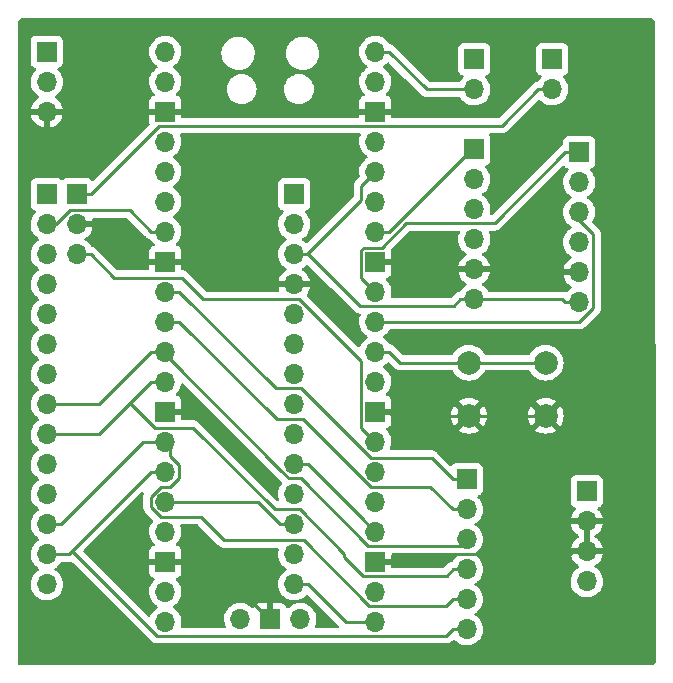
<source format=gbl>
G04 #@! TF.GenerationSoftware,KiCad,Pcbnew,(6.0.0)*
G04 #@! TF.CreationDate,2022-03-22T13:40:09+01:00*
G04 #@! TF.ProjectId,atlas_pipico_v02,61746c61-735f-4706-9970-69636f5f7630,rev?*
G04 #@! TF.SameCoordinates,Original*
G04 #@! TF.FileFunction,Copper,L2,Bot*
G04 #@! TF.FilePolarity,Positive*
%FSLAX46Y46*%
G04 Gerber Fmt 4.6, Leading zero omitted, Abs format (unit mm)*
G04 Created by KiCad (PCBNEW (6.0.0)) date 2022-03-22 13:40:09*
%MOMM*%
%LPD*%
G01*
G04 APERTURE LIST*
G04 #@! TA.AperFunction,ComponentPad*
%ADD10R,1.700000X1.700000*%
G04 #@! TD*
G04 #@! TA.AperFunction,ComponentPad*
%ADD11O,1.700000X1.700000*%
G04 #@! TD*
G04 #@! TA.AperFunction,ComponentPad*
%ADD12C,2.000000*%
G04 #@! TD*
G04 #@! TA.AperFunction,Conductor*
%ADD13C,0.250000*%
G04 #@! TD*
G04 APERTURE END LIST*
D10*
X179070000Y-87884000D03*
D11*
X179070000Y-90424000D03*
X179070000Y-92964000D03*
X179070000Y-95504000D03*
X179070000Y-98044000D03*
X179070000Y-100584000D03*
D10*
X133985000Y-91440000D03*
D11*
X133985000Y-93980000D03*
X133985000Y-96520000D03*
X133985000Y-99060000D03*
X133985000Y-101600000D03*
X133985000Y-104140000D03*
X133985000Y-106680000D03*
X133985000Y-109220000D03*
X133985000Y-111760000D03*
X133985000Y-114300000D03*
X133985000Y-116840000D03*
X133985000Y-119380000D03*
X133985000Y-121920000D03*
X133985000Y-124460000D03*
X144018000Y-79375000D03*
X144018000Y-81915000D03*
D10*
X144018000Y-84455000D03*
D11*
X144018000Y-86995000D03*
X144018000Y-89535000D03*
X144018000Y-92075000D03*
X144018000Y-94615000D03*
D10*
X144018000Y-97155000D03*
D11*
X144018000Y-99695000D03*
X144018000Y-102235000D03*
X144018000Y-104775000D03*
X144018000Y-107315000D03*
D10*
X144018000Y-109855000D03*
D11*
X144018000Y-112395000D03*
X144018000Y-114935000D03*
X144018000Y-117475000D03*
X144018000Y-120015000D03*
D10*
X144018000Y-122555000D03*
D11*
X144018000Y-125095000D03*
X144018000Y-127635000D03*
X161798000Y-127635000D03*
X161798000Y-125095000D03*
D10*
X161798000Y-122555000D03*
D11*
X161798000Y-120015000D03*
X161798000Y-117475000D03*
X161798000Y-114935000D03*
X161798000Y-112395000D03*
D10*
X161798000Y-109855000D03*
D11*
X161798000Y-107315000D03*
X161798000Y-104775000D03*
X161798000Y-102235000D03*
X161798000Y-99695000D03*
D10*
X161798000Y-97155000D03*
D11*
X161798000Y-94615000D03*
X161798000Y-92075000D03*
X161798000Y-89535000D03*
X161798000Y-86995000D03*
D10*
X161798000Y-84455000D03*
D11*
X161798000Y-81915000D03*
X161798000Y-79375000D03*
X150368000Y-127405000D03*
D10*
X152908000Y-127405000D03*
D11*
X155448000Y-127405000D03*
D10*
X154940000Y-91440000D03*
D11*
X154940000Y-93980000D03*
X154940000Y-96520000D03*
X154940000Y-99060000D03*
X154940000Y-101600000D03*
X154940000Y-104140000D03*
X154940000Y-106680000D03*
X154940000Y-109220000D03*
X154940000Y-111760000D03*
X154940000Y-114300000D03*
X154940000Y-116840000D03*
X154940000Y-119380000D03*
X154940000Y-121920000D03*
X154940000Y-124460000D03*
D10*
X170180000Y-80010000D03*
D11*
X170180000Y-82550000D03*
D10*
X169545000Y-115570000D03*
D11*
X169545000Y-118110000D03*
X169545000Y-120650000D03*
X169545000Y-123190000D03*
X169545000Y-125730000D03*
X169545000Y-128270000D03*
D10*
X136525000Y-91440000D03*
D11*
X136525000Y-93980000D03*
X136525000Y-96520000D03*
D12*
X176224000Y-105700000D03*
X169724000Y-105700000D03*
X169724000Y-110200000D03*
X176224000Y-110200000D03*
D10*
X176784000Y-80005000D03*
D11*
X176784000Y-82545000D03*
D10*
X179705000Y-116586000D03*
D11*
X179705000Y-119126000D03*
X179705000Y-121666000D03*
X179705000Y-124206000D03*
D10*
X133985000Y-79375000D03*
D11*
X133985000Y-81915000D03*
X133985000Y-84455000D03*
D10*
X170180000Y-87630000D03*
D11*
X170180000Y-90170000D03*
X170180000Y-92710000D03*
X170180000Y-95250000D03*
X170180000Y-97790000D03*
X170180000Y-100330000D03*
D13*
X168369700Y-128270000D02*
X169545000Y-128270000D01*
X167813600Y-128826100D02*
X168369700Y-128270000D01*
X143304100Y-128826100D02*
X167813600Y-128826100D01*
X136144000Y-121666000D02*
X143304100Y-128826100D01*
X152805000Y-127405000D02*
X147955000Y-122555000D01*
X152908000Y-127405000D02*
X152805000Y-127405000D01*
X147955000Y-122555000D02*
X144018000Y-122555000D01*
X134792900Y-93980000D02*
X133985000Y-93980000D01*
X141032400Y-92804700D02*
X135968200Y-92804700D01*
X142842700Y-94615000D02*
X141032400Y-92804700D01*
X135968200Y-92804700D02*
X134792900Y-93980000D01*
X144018000Y-94615000D02*
X142842700Y-94615000D01*
X161210500Y-121210300D02*
X168984700Y-121210300D01*
X153765489Y-114786499D02*
X154453501Y-115474511D01*
X168984700Y-121210300D02*
X169545000Y-120650000D01*
X144399000Y-105410000D02*
X153765489Y-114776489D01*
X144018000Y-104775000D02*
X144399000Y-105156000D01*
X144018000Y-104775000D02*
X142842700Y-104775000D01*
X133985000Y-109220000D02*
X135160300Y-109220000D01*
X144399000Y-105156000D02*
X144399000Y-105410000D01*
X153765489Y-114776489D02*
X153765489Y-114786499D01*
X154453501Y-115474511D02*
X155474711Y-115474511D01*
X142842700Y-104775000D02*
X138397700Y-109220000D01*
X138397700Y-109220000D02*
X135160300Y-109220000D01*
X155474711Y-115474511D02*
X161210500Y-121210300D01*
X141062600Y-109095100D02*
X138397700Y-111760000D01*
X168369700Y-123190000D02*
X167829300Y-123730400D01*
X160766500Y-123730400D02*
X159157800Y-122121700D01*
X144018000Y-107315000D02*
X142842700Y-107315000D01*
X159157800Y-121878200D02*
X155389600Y-118110000D01*
X138397700Y-111760000D02*
X133985000Y-111760000D01*
X153273300Y-118110000D02*
X146365200Y-111201900D01*
X143169400Y-111201900D02*
X141062600Y-109095100D01*
X159157800Y-122121700D02*
X159157800Y-121878200D01*
X142842700Y-107315000D02*
X141062600Y-109095100D01*
X155389600Y-118110000D02*
X153273300Y-118110000D01*
X169545000Y-123190000D02*
X168369700Y-123190000D01*
X146365200Y-111201900D02*
X143169400Y-111201900D01*
X167829300Y-123730400D02*
X160766500Y-123730400D01*
X147027000Y-118745000D02*
X149026600Y-120744600D01*
X144399000Y-112776000D02*
X144385400Y-112789600D01*
X161304900Y-126285600D02*
X167814100Y-126285600D01*
X142791900Y-117036900D02*
X142791900Y-117920600D01*
X168369700Y-125730000D02*
X169545000Y-125730000D01*
X144018000Y-112395000D02*
X144399000Y-112776000D01*
X142791900Y-117920600D02*
X143616300Y-118745000D01*
X143623800Y-116205000D02*
X142791900Y-117036900D01*
X155763900Y-120744600D02*
X161304900Y-126285600D01*
X135160300Y-119380000D02*
X142145300Y-112395000D01*
X144438600Y-116205000D02*
X143623800Y-116205000D01*
X133985000Y-119380000D02*
X135160300Y-119380000D01*
X144385400Y-112789600D02*
X144385400Y-113570300D01*
X142145300Y-112395000D02*
X144018000Y-112395000D01*
X144385400Y-113570300D02*
X145193300Y-114378200D01*
X167814100Y-126285600D02*
X168369700Y-125730000D01*
X143616300Y-118745000D02*
X147027000Y-118745000D01*
X149026600Y-120744600D02*
X155763900Y-120744600D01*
X145193300Y-114378200D02*
X145193300Y-115450300D01*
X145193300Y-115450300D02*
X144438600Y-116205000D01*
X134278900Y-121920000D02*
X135857700Y-121920000D01*
X135857700Y-121920000D02*
X136239700Y-121538000D01*
X136239700Y-121538000D02*
X142842700Y-114935000D01*
X144018000Y-114935000D02*
X142842700Y-114935000D01*
X133985000Y-121920000D02*
X134278900Y-121920000D01*
X161453400Y-113759400D02*
X166559100Y-113759400D01*
X145193300Y-99695000D02*
X153353700Y-107855400D01*
X166559100Y-113759400D02*
X168369700Y-115570000D01*
X144018000Y-99695000D02*
X145193300Y-99695000D01*
X153353700Y-107855400D02*
X155549400Y-107855400D01*
X155549400Y-107855400D02*
X161453400Y-113759400D01*
X169545000Y-115570000D02*
X168369700Y-115570000D01*
X136525000Y-91440000D02*
X137700300Y-91440000D01*
X175608700Y-82545000D02*
X172523300Y-85630400D01*
X172523300Y-85630400D02*
X143509900Y-85630400D01*
X176784000Y-82545000D02*
X175608700Y-82545000D01*
X143509900Y-85630400D02*
X137700300Y-91440000D01*
X154940000Y-99060000D02*
X153764700Y-99060000D01*
X169724000Y-110200000D02*
X163318300Y-110200000D01*
X140875300Y-97155000D02*
X144018000Y-97155000D01*
X136525000Y-93980000D02*
X137700300Y-93980000D01*
X161798000Y-109855000D02*
X162973300Y-109855000D01*
X151859700Y-97155000D02*
X144018000Y-97155000D01*
X153764700Y-99060000D02*
X151859700Y-97155000D01*
X161798000Y-97155000D02*
X162973300Y-97155000D01*
X177640700Y-97790000D02*
X177894700Y-98044000D01*
X162973300Y-97155000D02*
X163608300Y-97790000D01*
X178529700Y-121666000D02*
X178275700Y-121920000D01*
X176224000Y-110200000D02*
X169724000Y-110200000D01*
X163608300Y-121920000D02*
X162973300Y-122555000D01*
X179070000Y-98044000D02*
X177894700Y-98044000D01*
X163608300Y-97790000D02*
X170180000Y-97790000D01*
X179705000Y-121666000D02*
X178529700Y-121666000D01*
X161798000Y-122555000D02*
X162973300Y-122555000D01*
X137700300Y-93980000D02*
X140875300Y-97155000D01*
X133985000Y-84455000D02*
X144018000Y-84455000D01*
X178275700Y-121920000D02*
X163608300Y-121920000D01*
X170180000Y-97790000D02*
X177640700Y-97790000D01*
X163318300Y-110200000D02*
X162973300Y-109855000D01*
X139671000Y-98490700D02*
X137700300Y-96520000D01*
X160622700Y-105590000D02*
X155362700Y-100330000D01*
X160622700Y-111219700D02*
X160622700Y-105590000D01*
X147248700Y-100330000D02*
X145409400Y-98490700D01*
X145409400Y-98490700D02*
X139671000Y-98490700D01*
X161798000Y-112395000D02*
X160622700Y-111219700D01*
X155362700Y-100330000D02*
X147248700Y-100330000D01*
X137700300Y-96520000D02*
X136525000Y-96520000D01*
X166148300Y-82550000D02*
X162973300Y-79375000D01*
X170180000Y-82550000D02*
X166148300Y-82550000D01*
X161798000Y-79375000D02*
X162973300Y-79375000D01*
X154940000Y-96520000D02*
X155949700Y-96520000D01*
X179070000Y-100584000D02*
X177894700Y-100584000D01*
X177640700Y-100330000D02*
X170180000Y-100330000D01*
X156032200Y-96520000D02*
X160623489Y-91928711D01*
X177894700Y-100584000D02*
X177640700Y-100330000D01*
X155949700Y-96520000D02*
X156115300Y-96520000D01*
X160623489Y-90709511D02*
X161798000Y-89535000D01*
X160480900Y-100885600D02*
X156115300Y-96520000D01*
X169004700Y-100330000D02*
X168449100Y-100885600D01*
X170180000Y-100330000D02*
X169004700Y-100330000D01*
X155949700Y-96520000D02*
X156032200Y-96520000D01*
X160623489Y-91928711D02*
X160623489Y-90709511D01*
X168449100Y-100885600D02*
X160480900Y-100885600D01*
X169545000Y-118110000D02*
X168369700Y-118110000D01*
X168369700Y-118110000D02*
X166464700Y-116205000D01*
X153448300Y-110490000D02*
X145193300Y-102235000D01*
X166464700Y-116205000D02*
X161404200Y-116205000D01*
X144018000Y-102235000D02*
X145193300Y-102235000D01*
X161404200Y-116205000D02*
X155689200Y-110490000D01*
X155689200Y-110490000D02*
X153448300Y-110490000D01*
X179070000Y-92964000D02*
X179070000Y-93624400D01*
X180271800Y-94826200D02*
X180271800Y-101052600D01*
X180271800Y-101052600D02*
X179089400Y-102235000D01*
X179070000Y-93624400D02*
X180271800Y-94826200D01*
X179089400Y-102235000D02*
X161798000Y-102235000D01*
X160808000Y-95979600D02*
X162333600Y-95979600D01*
X162333600Y-95979600D02*
X164427800Y-93885400D01*
X161798000Y-99695000D02*
X160622700Y-98519700D01*
X164427800Y-93885400D02*
X171893300Y-93885400D01*
X177894700Y-87884000D02*
X179070000Y-87884000D01*
X171893300Y-93885400D02*
X177894700Y-87884000D01*
X160622700Y-98519700D02*
X160622700Y-96164900D01*
X160622700Y-96164900D02*
X160808000Y-95979600D01*
X156115300Y-114300000D02*
X154940000Y-114300000D01*
X160655000Y-118872000D02*
X160655000Y-118839700D01*
X160655000Y-118839700D02*
X156115300Y-114300000D01*
X161798000Y-120015000D02*
X160655000Y-118872000D01*
X151859700Y-117475000D02*
X144018000Y-117475000D01*
X153764700Y-119380000D02*
X151859700Y-117475000D01*
X154940000Y-119380000D02*
X153764700Y-119380000D01*
X154940000Y-124460000D02*
X156115300Y-124460000D01*
X159290300Y-127635000D02*
X161798000Y-127635000D01*
X156115300Y-124460000D02*
X159290300Y-127635000D01*
X162973300Y-94615000D02*
X161798000Y-94615000D01*
X169958300Y-87630000D02*
X162973300Y-94615000D01*
X170180000Y-87630000D02*
X169958300Y-87630000D01*
X169724000Y-105700000D02*
X163898300Y-105700000D01*
X163898300Y-105700000D02*
X162973300Y-104775000D01*
X176224000Y-105700000D02*
X169724000Y-105700000D01*
X161798000Y-104775000D02*
X162973300Y-104775000D01*
G04 #@! TA.AperFunction,Conductor*
G36*
X184970055Y-76509500D02*
G01*
X184984856Y-76511805D01*
X184984859Y-76511805D01*
X184993728Y-76513186D01*
X185002630Y-76512022D01*
X185002632Y-76512022D01*
X185002690Y-76512014D01*
X185002729Y-76512009D01*
X185033167Y-76511738D01*
X185095374Y-76518747D01*
X185122882Y-76525026D01*
X185200069Y-76552035D01*
X185225490Y-76564277D01*
X185294737Y-76607788D01*
X185316796Y-76625380D01*
X185374620Y-76683204D01*
X185392212Y-76705263D01*
X185435723Y-76774510D01*
X185447965Y-76799931D01*
X185474974Y-76877119D01*
X185481253Y-76904624D01*
X185487522Y-76960255D01*
X185488305Y-76975904D01*
X185488196Y-76984858D01*
X185486814Y-76993732D01*
X185490980Y-77025587D01*
X185492042Y-77041787D01*
X185546949Y-130887872D01*
X185545449Y-130907384D01*
X185541814Y-130930731D01*
X185542978Y-130939635D01*
X185542869Y-130948606D01*
X185542531Y-130948602D01*
X185542460Y-130970014D01*
X185535142Y-131023242D01*
X185525877Y-131056293D01*
X185498088Y-131120243D01*
X185480248Y-131149565D01*
X185473946Y-131157308D01*
X185436229Y-131203643D01*
X185411135Y-131227063D01*
X185354155Y-131267253D01*
X185323669Y-131283034D01*
X185257958Y-131306352D01*
X185224346Y-131313318D01*
X185219366Y-131313656D01*
X185173704Y-131316752D01*
X185154967Y-131316626D01*
X185152864Y-131316455D01*
X185144106Y-131314465D01*
X185135145Y-131315013D01*
X185135144Y-131315013D01*
X185090155Y-131317765D01*
X185082462Y-131318000D01*
X131748327Y-131318000D01*
X131728942Y-131316500D01*
X131714141Y-131314195D01*
X131714138Y-131314195D01*
X131705269Y-131312814D01*
X131699148Y-131313615D01*
X131632626Y-131293197D01*
X131586791Y-131238978D01*
X131578223Y-131197137D01*
X131577186Y-131197273D01*
X131577168Y-131197137D01*
X131573013Y-131165363D01*
X131571950Y-131149182D01*
X131571950Y-131148621D01*
X131564011Y-124426695D01*
X132622251Y-124426695D01*
X132622548Y-124431848D01*
X132622548Y-124431851D01*
X132628011Y-124526590D01*
X132635110Y-124649715D01*
X132636247Y-124654761D01*
X132636248Y-124654767D01*
X132656119Y-124742939D01*
X132684222Y-124867639D01*
X132722461Y-124961811D01*
X132756125Y-125044715D01*
X132768266Y-125074616D01*
X132810773Y-125143982D01*
X132877347Y-125252620D01*
X132884987Y-125265088D01*
X133031250Y-125433938D01*
X133098140Y-125489471D01*
X133192204Y-125567564D01*
X133203126Y-125576632D01*
X133396000Y-125689338D01*
X133400825Y-125691180D01*
X133400826Y-125691181D01*
X133473612Y-125718975D01*
X133604692Y-125769030D01*
X133609760Y-125770061D01*
X133609763Y-125770062D01*
X133717017Y-125791883D01*
X133823597Y-125813567D01*
X133828772Y-125813757D01*
X133828774Y-125813757D01*
X134041673Y-125821564D01*
X134041677Y-125821564D01*
X134046837Y-125821753D01*
X134051957Y-125821097D01*
X134051959Y-125821097D01*
X134263288Y-125794025D01*
X134263289Y-125794025D01*
X134268416Y-125793368D01*
X134273366Y-125791883D01*
X134477429Y-125730661D01*
X134477434Y-125730659D01*
X134482384Y-125729174D01*
X134682994Y-125630896D01*
X134864860Y-125501173D01*
X134930926Y-125435338D01*
X134989572Y-125376896D01*
X135023096Y-125343489D01*
X135082594Y-125260689D01*
X135150435Y-125166277D01*
X135153453Y-125162077D01*
X135168492Y-125131649D01*
X135250136Y-124966453D01*
X135250137Y-124966451D01*
X135252430Y-124961811D01*
X135293990Y-124825020D01*
X135315865Y-124753023D01*
X135315865Y-124753021D01*
X135317370Y-124748069D01*
X135346529Y-124526590D01*
X135348156Y-124460000D01*
X135329852Y-124237361D01*
X135275431Y-124020702D01*
X135186354Y-123815840D01*
X135065014Y-123628277D01*
X134914670Y-123463051D01*
X134910619Y-123459852D01*
X134910615Y-123459848D01*
X134743414Y-123327800D01*
X134743410Y-123327798D01*
X134739359Y-123324598D01*
X134698053Y-123301796D01*
X134648084Y-123251364D01*
X134633312Y-123181921D01*
X134658428Y-123115516D01*
X134685780Y-123088909D01*
X134736814Y-123052507D01*
X134864860Y-122961173D01*
X134876718Y-122949357D01*
X134977532Y-122848894D01*
X135023096Y-122803489D01*
X135040754Y-122778916D01*
X135150435Y-122626277D01*
X135153453Y-122622077D01*
X135155746Y-122617437D01*
X135157446Y-122614608D01*
X135209674Y-122566518D01*
X135265451Y-122553500D01*
X135778933Y-122553500D01*
X135790116Y-122554027D01*
X135797609Y-122555702D01*
X135805535Y-122555453D01*
X135805536Y-122555453D01*
X135865686Y-122553562D01*
X135869645Y-122553500D01*
X135897556Y-122553500D01*
X135901491Y-122553003D01*
X135901556Y-122552995D01*
X135913393Y-122552062D01*
X135945651Y-122551048D01*
X135949670Y-122550922D01*
X135957589Y-122550673D01*
X135977043Y-122545021D01*
X135996400Y-122541013D01*
X135998048Y-122540805D01*
X136016497Y-122538474D01*
X136023870Y-122535555D01*
X136028882Y-122534268D01*
X136099837Y-122536701D01*
X136149311Y-122567215D01*
X142800443Y-129218347D01*
X142807987Y-129226637D01*
X142812100Y-129233118D01*
X142817877Y-129238543D01*
X142861767Y-129279758D01*
X142864609Y-129282513D01*
X142884331Y-129302235D01*
X142887455Y-129304658D01*
X142887459Y-129304662D01*
X142887524Y-129304712D01*
X142896545Y-129312417D01*
X142928779Y-129342686D01*
X142935727Y-129346505D01*
X142935729Y-129346507D01*
X142946532Y-129352446D01*
X142963059Y-129363302D01*
X142972798Y-129370857D01*
X142972800Y-129370858D01*
X142979060Y-129375714D01*
X143019640Y-129393274D01*
X143030288Y-129398491D01*
X143055076Y-129412118D01*
X143069040Y-129419795D01*
X143076716Y-129421766D01*
X143076719Y-129421767D01*
X143088662Y-129424833D01*
X143107367Y-129431237D01*
X143125955Y-129439281D01*
X143133778Y-129440520D01*
X143133788Y-129440523D01*
X143169624Y-129446199D01*
X143181244Y-129448605D01*
X143213059Y-129456773D01*
X143224070Y-129459600D01*
X143244324Y-129459600D01*
X143264034Y-129461151D01*
X143284043Y-129464320D01*
X143291935Y-129463574D01*
X143310680Y-129461802D01*
X143328062Y-129460159D01*
X143339919Y-129459600D01*
X167734833Y-129459600D01*
X167746016Y-129460127D01*
X167753509Y-129461802D01*
X167761435Y-129461553D01*
X167761436Y-129461553D01*
X167821586Y-129459662D01*
X167825545Y-129459600D01*
X167853456Y-129459600D01*
X167857391Y-129459103D01*
X167857456Y-129459095D01*
X167869293Y-129458162D01*
X167901551Y-129457148D01*
X167905570Y-129457022D01*
X167913489Y-129456773D01*
X167932943Y-129451121D01*
X167952300Y-129447113D01*
X167964530Y-129445568D01*
X167964531Y-129445568D01*
X167972397Y-129444574D01*
X167979768Y-129441655D01*
X167979770Y-129441655D01*
X168013512Y-129428296D01*
X168024742Y-129424451D01*
X168059583Y-129414329D01*
X168059584Y-129414329D01*
X168067193Y-129412118D01*
X168074012Y-129408085D01*
X168074017Y-129408083D01*
X168084628Y-129401807D01*
X168102376Y-129393112D01*
X168121217Y-129385652D01*
X168156987Y-129359664D01*
X168166907Y-129353148D01*
X168198135Y-129334680D01*
X168198138Y-129334678D01*
X168204962Y-129330642D01*
X168219283Y-129316321D01*
X168234317Y-129303480D01*
X168236031Y-129302235D01*
X168250707Y-129291572D01*
X168278898Y-129257495D01*
X168286888Y-129248716D01*
X168356485Y-129179119D01*
X168418797Y-129145093D01*
X168489612Y-129150158D01*
X168540815Y-129185715D01*
X168591250Y-129243938D01*
X168763126Y-129386632D01*
X168956000Y-129499338D01*
X169164692Y-129579030D01*
X169169760Y-129580061D01*
X169169763Y-129580062D01*
X169277017Y-129601883D01*
X169383597Y-129623567D01*
X169388772Y-129623757D01*
X169388774Y-129623757D01*
X169601673Y-129631564D01*
X169601677Y-129631564D01*
X169606837Y-129631753D01*
X169611957Y-129631097D01*
X169611959Y-129631097D01*
X169823288Y-129604025D01*
X169823289Y-129604025D01*
X169828416Y-129603368D01*
X169833366Y-129601883D01*
X170037429Y-129540661D01*
X170037434Y-129540659D01*
X170042384Y-129539174D01*
X170242994Y-129440896D01*
X170424860Y-129311173D01*
X170433830Y-129302235D01*
X170579435Y-129157137D01*
X170583096Y-129153489D01*
X170713453Y-128972077D01*
X170812430Y-128771811D01*
X170877370Y-128558069D01*
X170906529Y-128336590D01*
X170908156Y-128270000D01*
X170889852Y-128047361D01*
X170835431Y-127830702D01*
X170746354Y-127625840D01*
X170625014Y-127438277D01*
X170474670Y-127273051D01*
X170470619Y-127269852D01*
X170470615Y-127269848D01*
X170303414Y-127137800D01*
X170303410Y-127137798D01*
X170299359Y-127134598D01*
X170258053Y-127111796D01*
X170208084Y-127061364D01*
X170193312Y-126991921D01*
X170218428Y-126925516D01*
X170245780Y-126898909D01*
X170310694Y-126852606D01*
X170424860Y-126771173D01*
X170439593Y-126756492D01*
X170550756Y-126645716D01*
X170583096Y-126613489D01*
X170608873Y-126577617D01*
X170710435Y-126436277D01*
X170713453Y-126432077D01*
X170725328Y-126408051D01*
X170810136Y-126236453D01*
X170810137Y-126236451D01*
X170812430Y-126231811D01*
X170866798Y-126052865D01*
X170875865Y-126023023D01*
X170875865Y-126023021D01*
X170877370Y-126018069D01*
X170906529Y-125796590D01*
X170906611Y-125793240D01*
X170908074Y-125733365D01*
X170908074Y-125733361D01*
X170908156Y-125730000D01*
X170889852Y-125507361D01*
X170835431Y-125290702D01*
X170746354Y-125085840D01*
X170625014Y-124898277D01*
X170474670Y-124733051D01*
X170470619Y-124729852D01*
X170470615Y-124729848D01*
X170303414Y-124597800D01*
X170303410Y-124597798D01*
X170299359Y-124594598D01*
X170258053Y-124571796D01*
X170208084Y-124521364D01*
X170193312Y-124451921D01*
X170218428Y-124385516D01*
X170245780Y-124358909D01*
X170311007Y-124312383D01*
X170424860Y-124231173D01*
X170442488Y-124213607D01*
X170483543Y-124172695D01*
X178342251Y-124172695D01*
X178342548Y-124177848D01*
X178342548Y-124177851D01*
X178352556Y-124351413D01*
X178355110Y-124395715D01*
X178356247Y-124400761D01*
X178356248Y-124400767D01*
X178375601Y-124486638D01*
X178404222Y-124613639D01*
X178488266Y-124820616D01*
X178604987Y-125011088D01*
X178751250Y-125179938D01*
X178923126Y-125322632D01*
X179116000Y-125435338D01*
X179324692Y-125515030D01*
X179329760Y-125516061D01*
X179329763Y-125516062D01*
X179437017Y-125537883D01*
X179543597Y-125559567D01*
X179548772Y-125559757D01*
X179548774Y-125559757D01*
X179761673Y-125567564D01*
X179761677Y-125567564D01*
X179766837Y-125567753D01*
X179771957Y-125567097D01*
X179771959Y-125567097D01*
X179983288Y-125540025D01*
X179983289Y-125540025D01*
X179988416Y-125539368D01*
X179993366Y-125537883D01*
X180197429Y-125476661D01*
X180197434Y-125476659D01*
X180202384Y-125475174D01*
X180402994Y-125376896D01*
X180584860Y-125247173D01*
X180601021Y-125231069D01*
X180704647Y-125127804D01*
X180743096Y-125089489D01*
X180748843Y-125081492D01*
X180870435Y-124912277D01*
X180873453Y-124908077D01*
X180876152Y-124902617D01*
X180970136Y-124712453D01*
X180970137Y-124712451D01*
X180972430Y-124707811D01*
X181037370Y-124494069D01*
X181066529Y-124272590D01*
X181066757Y-124263277D01*
X181068074Y-124209365D01*
X181068074Y-124209361D01*
X181068156Y-124206000D01*
X181049852Y-123983361D01*
X180995431Y-123766702D01*
X180906354Y-123561840D01*
X180838200Y-123456490D01*
X180787822Y-123378617D01*
X180787820Y-123378614D01*
X180785014Y-123374277D01*
X180634670Y-123209051D01*
X180630619Y-123205852D01*
X180630615Y-123205848D01*
X180463414Y-123073800D01*
X180463410Y-123073798D01*
X180459359Y-123070598D01*
X180417569Y-123047529D01*
X180367598Y-122997097D01*
X180352826Y-122927654D01*
X180377942Y-122861248D01*
X180405294Y-122834641D01*
X180580328Y-122709792D01*
X180588200Y-122703139D01*
X180739052Y-122552812D01*
X180745730Y-122544965D01*
X180870003Y-122372020D01*
X180875313Y-122363183D01*
X180969670Y-122172267D01*
X180973469Y-122162672D01*
X181035377Y-121958910D01*
X181037555Y-121948837D01*
X181038986Y-121937962D01*
X181036775Y-121923778D01*
X181023617Y-121920000D01*
X178388225Y-121920000D01*
X178374694Y-121923973D01*
X178373257Y-121933966D01*
X178403565Y-122068446D01*
X178406645Y-122078275D01*
X178486770Y-122275603D01*
X178491413Y-122284794D01*
X178602694Y-122466388D01*
X178608777Y-122474699D01*
X178748213Y-122635667D01*
X178755580Y-122642883D01*
X178919434Y-122778916D01*
X178927881Y-122784831D01*
X178996969Y-122825203D01*
X179045693Y-122876842D01*
X179058764Y-122946625D01*
X179032033Y-123012396D01*
X178991584Y-123045752D01*
X178978607Y-123052507D01*
X178974474Y-123055610D01*
X178974471Y-123055612D01*
X178873912Y-123131114D01*
X178799965Y-123186635D01*
X178738108Y-123251364D01*
X178685413Y-123306507D01*
X178645629Y-123348138D01*
X178519743Y-123532680D01*
X178425688Y-123735305D01*
X178365989Y-123950570D01*
X178342251Y-124172695D01*
X170483543Y-124172695D01*
X170550756Y-124105716D01*
X170583096Y-124073489D01*
X170591710Y-124061502D01*
X170710435Y-123896277D01*
X170713453Y-123892077D01*
X170724305Y-123870121D01*
X170810136Y-123696453D01*
X170810137Y-123696451D01*
X170812430Y-123691811D01*
X170868473Y-123507352D01*
X170875865Y-123483023D01*
X170875865Y-123483021D01*
X170877370Y-123478069D01*
X170906529Y-123256590D01*
X170908156Y-123190000D01*
X170889852Y-122967361D01*
X170835431Y-122750702D01*
X170746354Y-122545840D01*
X170625014Y-122358277D01*
X170474670Y-122193051D01*
X170470619Y-122189852D01*
X170470615Y-122189848D01*
X170303414Y-122057800D01*
X170303410Y-122057798D01*
X170299359Y-122054598D01*
X170258053Y-122031796D01*
X170208084Y-121981364D01*
X170193312Y-121911921D01*
X170218428Y-121845516D01*
X170245780Y-121818909D01*
X170357117Y-121739493D01*
X170424860Y-121691173D01*
X170443319Y-121672779D01*
X170545872Y-121570583D01*
X170583096Y-121533489D01*
X170620649Y-121481229D01*
X170678886Y-121400183D01*
X178369389Y-121400183D01*
X178370912Y-121408607D01*
X178383292Y-121412000D01*
X179432885Y-121412000D01*
X179448124Y-121407525D01*
X179449329Y-121406135D01*
X179451000Y-121398452D01*
X179451000Y-121393885D01*
X179959000Y-121393885D01*
X179963475Y-121409124D01*
X179964865Y-121410329D01*
X179972548Y-121412000D01*
X181023344Y-121412000D01*
X181036875Y-121408027D01*
X181038180Y-121398947D01*
X180996214Y-121231875D01*
X180992894Y-121222124D01*
X180907972Y-121026814D01*
X180903105Y-121017739D01*
X180787426Y-120838926D01*
X180781136Y-120830757D01*
X180637806Y-120673240D01*
X180630273Y-120666215D01*
X180463139Y-120534222D01*
X180454552Y-120528517D01*
X180417116Y-120507851D01*
X180367146Y-120457419D01*
X180352374Y-120387976D01*
X180377490Y-120321571D01*
X180404842Y-120294964D01*
X180580327Y-120169792D01*
X180588200Y-120163139D01*
X180739052Y-120012812D01*
X180745730Y-120004965D01*
X180870003Y-119832020D01*
X180875313Y-119823183D01*
X180969670Y-119632267D01*
X180973469Y-119622672D01*
X181035377Y-119418910D01*
X181037555Y-119408837D01*
X181038986Y-119397962D01*
X181036775Y-119383778D01*
X181023617Y-119380000D01*
X179977115Y-119380000D01*
X179961876Y-119384475D01*
X179960671Y-119385865D01*
X179959000Y-119393548D01*
X179959000Y-121393885D01*
X179451000Y-121393885D01*
X179451000Y-119398115D01*
X179446525Y-119382876D01*
X179445135Y-119381671D01*
X179437452Y-119380000D01*
X178388225Y-119380000D01*
X178374694Y-119383973D01*
X178373257Y-119393966D01*
X178403565Y-119528446D01*
X178406645Y-119538275D01*
X178486770Y-119735603D01*
X178491413Y-119744794D01*
X178602694Y-119926388D01*
X178608777Y-119934699D01*
X178748213Y-120095667D01*
X178755580Y-120102883D01*
X178919434Y-120238916D01*
X178927881Y-120244831D01*
X178997479Y-120285501D01*
X179046203Y-120337140D01*
X179059274Y-120406923D01*
X179032543Y-120472694D01*
X178992087Y-120506053D01*
X178983462Y-120510542D01*
X178974738Y-120516036D01*
X178804433Y-120643905D01*
X178796726Y-120650748D01*
X178649590Y-120804717D01*
X178643104Y-120812727D01*
X178523098Y-120988649D01*
X178518000Y-120997623D01*
X178428338Y-121190783D01*
X178424775Y-121200470D01*
X178369389Y-121400183D01*
X170678886Y-121400183D01*
X170710435Y-121356277D01*
X170713453Y-121352077D01*
X170719290Y-121340268D01*
X170810136Y-121156453D01*
X170810137Y-121156451D01*
X170812430Y-121151811D01*
X170853164Y-121017739D01*
X170875865Y-120943023D01*
X170875865Y-120943021D01*
X170877370Y-120938069D01*
X170906529Y-120716590D01*
X170906611Y-120713240D01*
X170908074Y-120653365D01*
X170908074Y-120653361D01*
X170908156Y-120650000D01*
X170889852Y-120427361D01*
X170835431Y-120210702D01*
X170746354Y-120005840D01*
X170682443Y-119907048D01*
X170627822Y-119822617D01*
X170627820Y-119822614D01*
X170625014Y-119818277D01*
X170474670Y-119653051D01*
X170470619Y-119649852D01*
X170470615Y-119649848D01*
X170303414Y-119517800D01*
X170303410Y-119517798D01*
X170299359Y-119514598D01*
X170258053Y-119491796D01*
X170208084Y-119441364D01*
X170193312Y-119371921D01*
X170218428Y-119305516D01*
X170245780Y-119278909D01*
X170298483Y-119241316D01*
X170424860Y-119151173D01*
X170583096Y-118993489D01*
X170713453Y-118812077D01*
X170718991Y-118800873D01*
X170810136Y-118616453D01*
X170810137Y-118616451D01*
X170812430Y-118611811D01*
X170877370Y-118398069D01*
X170906529Y-118176590D01*
X170906611Y-118173240D01*
X170908074Y-118113365D01*
X170908074Y-118113361D01*
X170908156Y-118110000D01*
X170889852Y-117887361D01*
X170835431Y-117670702D01*
X170754308Y-117484134D01*
X178346500Y-117484134D01*
X178353255Y-117546316D01*
X178404385Y-117682705D01*
X178491739Y-117799261D01*
X178608295Y-117886615D01*
X178616704Y-117889767D01*
X178616705Y-117889768D01*
X178725960Y-117930726D01*
X178782725Y-117973367D01*
X178807425Y-118039929D01*
X178792218Y-118109278D01*
X178772825Y-118135759D01*
X178649590Y-118264717D01*
X178643104Y-118272727D01*
X178523098Y-118448649D01*
X178518000Y-118457623D01*
X178428338Y-118650783D01*
X178424775Y-118660470D01*
X178369389Y-118860183D01*
X178370912Y-118868607D01*
X178383292Y-118872000D01*
X181023344Y-118872000D01*
X181036875Y-118868027D01*
X181038180Y-118858947D01*
X180996214Y-118691875D01*
X180992894Y-118682124D01*
X180907972Y-118486814D01*
X180903105Y-118477739D01*
X180787426Y-118298926D01*
X180781136Y-118290757D01*
X180637293Y-118132677D01*
X180606241Y-118068831D01*
X180614635Y-117998333D01*
X180659812Y-117943564D01*
X180686256Y-117929895D01*
X180793297Y-117889767D01*
X180801705Y-117886615D01*
X180918261Y-117799261D01*
X181005615Y-117682705D01*
X181056745Y-117546316D01*
X181063500Y-117484134D01*
X181063500Y-115687866D01*
X181056745Y-115625684D01*
X181005615Y-115489295D01*
X180918261Y-115372739D01*
X180801705Y-115285385D01*
X180665316Y-115234255D01*
X180603134Y-115227500D01*
X178806866Y-115227500D01*
X178744684Y-115234255D01*
X178608295Y-115285385D01*
X178491739Y-115372739D01*
X178404385Y-115489295D01*
X178353255Y-115625684D01*
X178346500Y-115687866D01*
X178346500Y-117484134D01*
X170754308Y-117484134D01*
X170746354Y-117465840D01*
X170669119Y-117346453D01*
X170627822Y-117282617D01*
X170627820Y-117282614D01*
X170625014Y-117278277D01*
X170616937Y-117269400D01*
X170477798Y-117116488D01*
X170446746Y-117052642D01*
X170455141Y-116982143D01*
X170500317Y-116927375D01*
X170526761Y-116913706D01*
X170633297Y-116873767D01*
X170641705Y-116870615D01*
X170758261Y-116783261D01*
X170845615Y-116666705D01*
X170896745Y-116530316D01*
X170903500Y-116468134D01*
X170903500Y-114671866D01*
X170896745Y-114609684D01*
X170845615Y-114473295D01*
X170758261Y-114356739D01*
X170641705Y-114269385D01*
X170505316Y-114218255D01*
X170443134Y-114211500D01*
X168646866Y-114211500D01*
X168584684Y-114218255D01*
X168448295Y-114269385D01*
X168331739Y-114356739D01*
X168326358Y-114363919D01*
X168299205Y-114400149D01*
X168242346Y-114442664D01*
X168171527Y-114447690D01*
X168109284Y-114413679D01*
X167062752Y-113367147D01*
X167055212Y-113358861D01*
X167051100Y-113352382D01*
X167001448Y-113305756D01*
X166998607Y-113303002D01*
X166978870Y-113283265D01*
X166975673Y-113280785D01*
X166966651Y-113273080D01*
X166940200Y-113248241D01*
X166934421Y-113242814D01*
X166927475Y-113238995D01*
X166927472Y-113238993D01*
X166916666Y-113233052D01*
X166900147Y-113222201D01*
X166899683Y-113221841D01*
X166884141Y-113209786D01*
X166876872Y-113206641D01*
X166876868Y-113206638D01*
X166843563Y-113192226D01*
X166832913Y-113187009D01*
X166794160Y-113165705D01*
X166774537Y-113160667D01*
X166755834Y-113154263D01*
X166744520Y-113149367D01*
X166744519Y-113149367D01*
X166737245Y-113146219D01*
X166729422Y-113144980D01*
X166729412Y-113144977D01*
X166693576Y-113139301D01*
X166681956Y-113136895D01*
X166646811Y-113127872D01*
X166646810Y-113127872D01*
X166639130Y-113125900D01*
X166618876Y-113125900D01*
X166599165Y-113124349D01*
X166586986Y-113122420D01*
X166579157Y-113121180D01*
X166571265Y-113121926D01*
X166535139Y-113125341D01*
X166523281Y-113125900D01*
X163155029Y-113125900D01*
X163086908Y-113105898D01*
X163040415Y-113052242D01*
X163030311Y-112981968D01*
X163042071Y-112944074D01*
X163063138Y-112901448D01*
X163065430Y-112896811D01*
X163130370Y-112683069D01*
X163159529Y-112461590D01*
X163159611Y-112458240D01*
X163161074Y-112398365D01*
X163161074Y-112398361D01*
X163161156Y-112395000D01*
X163142852Y-112172361D01*
X163088431Y-111955702D01*
X162999354Y-111750840D01*
X162927508Y-111639783D01*
X162880822Y-111567617D01*
X162880820Y-111567614D01*
X162878014Y-111563277D01*
X162874540Y-111559459D01*
X162874533Y-111559450D01*
X162759172Y-111432670D01*
X168856160Y-111432670D01*
X168861887Y-111440320D01*
X169033042Y-111545205D01*
X169041837Y-111549687D01*
X169251988Y-111636734D01*
X169261373Y-111639783D01*
X169482554Y-111692885D01*
X169492301Y-111694428D01*
X169719070Y-111712275D01*
X169728930Y-111712275D01*
X169955699Y-111694428D01*
X169965446Y-111692885D01*
X170186627Y-111639783D01*
X170196012Y-111636734D01*
X170406163Y-111549687D01*
X170414958Y-111545205D01*
X170582445Y-111442568D01*
X170591400Y-111432670D01*
X175356160Y-111432670D01*
X175361887Y-111440320D01*
X175533042Y-111545205D01*
X175541837Y-111549687D01*
X175751988Y-111636734D01*
X175761373Y-111639783D01*
X175982554Y-111692885D01*
X175992301Y-111694428D01*
X176219070Y-111712275D01*
X176228930Y-111712275D01*
X176455699Y-111694428D01*
X176465446Y-111692885D01*
X176686627Y-111639783D01*
X176696012Y-111636734D01*
X176906163Y-111549687D01*
X176914958Y-111545205D01*
X177082445Y-111442568D01*
X177091907Y-111432110D01*
X177088124Y-111423334D01*
X176236812Y-110572022D01*
X176222868Y-110564408D01*
X176221035Y-110564539D01*
X176214420Y-110568790D01*
X175362920Y-111420290D01*
X175356160Y-111432670D01*
X170591400Y-111432670D01*
X170591907Y-111432110D01*
X170588124Y-111423334D01*
X169736812Y-110572022D01*
X169722868Y-110564408D01*
X169721035Y-110564539D01*
X169714420Y-110568790D01*
X168862920Y-111420290D01*
X168856160Y-111432670D01*
X162759172Y-111432670D01*
X162730435Y-111401088D01*
X162699383Y-111337242D01*
X162707779Y-111266744D01*
X162752956Y-111211976D01*
X162779400Y-111198307D01*
X162886052Y-111158325D01*
X162901649Y-111149786D01*
X163003724Y-111073285D01*
X163016285Y-111060724D01*
X163092786Y-110958649D01*
X163101324Y-110943054D01*
X163146478Y-110822606D01*
X163150105Y-110807351D01*
X163155631Y-110756486D01*
X163156000Y-110749672D01*
X163156000Y-110204930D01*
X168211725Y-110204930D01*
X168229572Y-110431699D01*
X168231115Y-110441446D01*
X168284217Y-110662627D01*
X168287266Y-110672012D01*
X168374313Y-110882163D01*
X168378795Y-110890958D01*
X168481432Y-111058445D01*
X168491890Y-111067907D01*
X168500666Y-111064124D01*
X169351978Y-110212812D01*
X169358356Y-110201132D01*
X170088408Y-110201132D01*
X170088539Y-110202965D01*
X170092790Y-110209580D01*
X170944290Y-111061080D01*
X170956670Y-111067840D01*
X170964320Y-111062113D01*
X171069205Y-110890958D01*
X171073687Y-110882163D01*
X171160734Y-110672012D01*
X171163783Y-110662627D01*
X171216885Y-110441446D01*
X171218428Y-110431699D01*
X171236275Y-110204930D01*
X174711725Y-110204930D01*
X174729572Y-110431699D01*
X174731115Y-110441446D01*
X174784217Y-110662627D01*
X174787266Y-110672012D01*
X174874313Y-110882163D01*
X174878795Y-110890958D01*
X174981432Y-111058445D01*
X174991890Y-111067907D01*
X175000666Y-111064124D01*
X175851978Y-110212812D01*
X175858356Y-110201132D01*
X176588408Y-110201132D01*
X176588539Y-110202965D01*
X176592790Y-110209580D01*
X177444290Y-111061080D01*
X177456670Y-111067840D01*
X177464320Y-111062113D01*
X177569205Y-110890958D01*
X177573687Y-110882163D01*
X177660734Y-110672012D01*
X177663783Y-110662627D01*
X177716885Y-110441446D01*
X177718428Y-110431699D01*
X177736275Y-110204930D01*
X177736275Y-110195070D01*
X177718428Y-109968301D01*
X177716885Y-109958554D01*
X177663783Y-109737373D01*
X177660734Y-109727988D01*
X177573687Y-109517837D01*
X177569205Y-109509042D01*
X177466568Y-109341555D01*
X177456110Y-109332093D01*
X177447334Y-109335876D01*
X176596022Y-110187188D01*
X176588408Y-110201132D01*
X175858356Y-110201132D01*
X175859592Y-110198868D01*
X175859461Y-110197035D01*
X175855210Y-110190420D01*
X175003710Y-109338920D01*
X174991330Y-109332160D01*
X174983680Y-109337887D01*
X174878795Y-109509042D01*
X174874313Y-109517837D01*
X174787266Y-109727988D01*
X174784217Y-109737373D01*
X174731115Y-109958554D01*
X174729572Y-109968301D01*
X174711725Y-110195070D01*
X174711725Y-110204930D01*
X171236275Y-110204930D01*
X171236275Y-110195070D01*
X171218428Y-109968301D01*
X171216885Y-109958554D01*
X171163783Y-109737373D01*
X171160734Y-109727988D01*
X171073687Y-109517837D01*
X171069205Y-109509042D01*
X170966568Y-109341555D01*
X170956110Y-109332093D01*
X170947334Y-109335876D01*
X170096022Y-110187188D01*
X170088408Y-110201132D01*
X169358356Y-110201132D01*
X169359592Y-110198868D01*
X169359461Y-110197035D01*
X169355210Y-110190420D01*
X168503710Y-109338920D01*
X168491330Y-109332160D01*
X168483680Y-109337887D01*
X168378795Y-109509042D01*
X168374313Y-109517837D01*
X168287266Y-109727988D01*
X168284217Y-109737373D01*
X168231115Y-109958554D01*
X168229572Y-109968301D01*
X168211725Y-110195070D01*
X168211725Y-110204930D01*
X163156000Y-110204930D01*
X163156000Y-110127115D01*
X163151525Y-110111876D01*
X163150135Y-110110671D01*
X163142452Y-110109000D01*
X161670000Y-110109000D01*
X161601879Y-110088998D01*
X161555386Y-110035342D01*
X161544000Y-109983000D01*
X161544000Y-109727000D01*
X161564002Y-109658879D01*
X161617658Y-109612386D01*
X161670000Y-109601000D01*
X163137884Y-109601000D01*
X163153123Y-109596525D01*
X163154328Y-109595135D01*
X163155999Y-109587452D01*
X163155999Y-108967890D01*
X168856093Y-108967890D01*
X168859876Y-108976666D01*
X169711188Y-109827978D01*
X169725132Y-109835592D01*
X169726965Y-109835461D01*
X169733580Y-109831210D01*
X170585080Y-108979710D01*
X170591534Y-108967890D01*
X175356093Y-108967890D01*
X175359876Y-108976666D01*
X176211188Y-109827978D01*
X176225132Y-109835592D01*
X176226965Y-109835461D01*
X176233580Y-109831210D01*
X177085080Y-108979710D01*
X177091840Y-108967330D01*
X177086113Y-108959680D01*
X176914958Y-108854795D01*
X176906163Y-108850313D01*
X176696012Y-108763266D01*
X176686627Y-108760217D01*
X176465446Y-108707115D01*
X176455699Y-108705572D01*
X176228930Y-108687725D01*
X176219070Y-108687725D01*
X175992301Y-108705572D01*
X175982554Y-108707115D01*
X175761373Y-108760217D01*
X175751988Y-108763266D01*
X175541837Y-108850313D01*
X175533042Y-108854795D01*
X175365555Y-108957432D01*
X175356093Y-108967890D01*
X170591534Y-108967890D01*
X170591840Y-108967330D01*
X170586113Y-108959680D01*
X170414958Y-108854795D01*
X170406163Y-108850313D01*
X170196012Y-108763266D01*
X170186627Y-108760217D01*
X169965446Y-108707115D01*
X169955699Y-108705572D01*
X169728930Y-108687725D01*
X169719070Y-108687725D01*
X169492301Y-108705572D01*
X169482554Y-108707115D01*
X169261373Y-108760217D01*
X169251988Y-108763266D01*
X169041837Y-108850313D01*
X169033042Y-108854795D01*
X168865555Y-108957432D01*
X168856093Y-108967890D01*
X163155999Y-108967890D01*
X163155999Y-108960331D01*
X163155629Y-108953510D01*
X163150105Y-108902648D01*
X163146479Y-108887396D01*
X163101324Y-108766946D01*
X163092786Y-108751351D01*
X163016285Y-108649276D01*
X163003724Y-108636715D01*
X162901649Y-108560214D01*
X162886054Y-108551676D01*
X162775813Y-108510348D01*
X162719049Y-108467706D01*
X162694349Y-108401145D01*
X162709557Y-108331796D01*
X162731104Y-108303115D01*
X162832430Y-108202144D01*
X162832440Y-108202132D01*
X162836096Y-108198489D01*
X162966453Y-108017077D01*
X163000028Y-107949144D01*
X163063136Y-107821453D01*
X163063137Y-107821451D01*
X163065430Y-107816811D01*
X163130370Y-107603069D01*
X163159529Y-107381590D01*
X163159630Y-107377444D01*
X163161074Y-107318365D01*
X163161074Y-107318361D01*
X163161156Y-107315000D01*
X163142852Y-107092361D01*
X163088431Y-106875702D01*
X162999354Y-106670840D01*
X162878014Y-106483277D01*
X162727670Y-106318051D01*
X162723619Y-106314852D01*
X162723615Y-106314848D01*
X162556414Y-106182800D01*
X162556410Y-106182798D01*
X162552359Y-106179598D01*
X162511053Y-106156796D01*
X162461084Y-106106364D01*
X162446312Y-106036921D01*
X162471428Y-105970516D01*
X162498780Y-105943909D01*
X162553898Y-105904594D01*
X162677860Y-105816173D01*
X162681515Y-105812531D01*
X162681523Y-105812524D01*
X162809506Y-105684988D01*
X162871877Y-105651072D01*
X162942684Y-105656261D01*
X162987540Y-105685144D01*
X163394643Y-106092247D01*
X163402187Y-106100537D01*
X163406300Y-106107018D01*
X163412077Y-106112443D01*
X163455967Y-106153658D01*
X163458809Y-106156413D01*
X163478531Y-106176135D01*
X163481655Y-106178558D01*
X163481659Y-106178562D01*
X163481724Y-106178612D01*
X163490745Y-106186317D01*
X163522979Y-106216586D01*
X163529927Y-106220405D01*
X163529929Y-106220407D01*
X163540732Y-106226346D01*
X163557259Y-106237202D01*
X163566998Y-106244757D01*
X163567000Y-106244758D01*
X163573260Y-106249614D01*
X163613840Y-106267174D01*
X163624488Y-106272391D01*
X163663240Y-106293695D01*
X163670916Y-106295666D01*
X163670919Y-106295667D01*
X163682862Y-106298733D01*
X163701567Y-106305137D01*
X163720155Y-106313181D01*
X163727978Y-106314420D01*
X163727988Y-106314423D01*
X163763824Y-106320099D01*
X163775444Y-106322505D01*
X163810589Y-106331528D01*
X163818270Y-106333500D01*
X163838524Y-106333500D01*
X163858234Y-106335051D01*
X163878243Y-106338220D01*
X163886135Y-106337474D01*
X163922261Y-106334059D01*
X163934119Y-106333500D01*
X168272434Y-106333500D01*
X168340555Y-106353502D01*
X168379867Y-106393665D01*
X168497241Y-106585202D01*
X168497245Y-106585208D01*
X168499824Y-106589416D01*
X168654031Y-106769969D01*
X168834584Y-106924176D01*
X168838792Y-106926755D01*
X168838798Y-106926759D01*
X168991556Y-107020369D01*
X169037037Y-107048240D01*
X169041607Y-107050133D01*
X169041611Y-107050135D01*
X169251833Y-107137211D01*
X169256406Y-107139105D01*
X169336609Y-107158360D01*
X169482476Y-107193380D01*
X169482482Y-107193381D01*
X169487289Y-107194535D01*
X169724000Y-107213165D01*
X169960711Y-107194535D01*
X169965518Y-107193381D01*
X169965524Y-107193380D01*
X170111391Y-107158360D01*
X170191594Y-107139105D01*
X170196167Y-107137211D01*
X170406389Y-107050135D01*
X170406393Y-107050133D01*
X170410963Y-107048240D01*
X170456444Y-107020369D01*
X170609202Y-106926759D01*
X170609208Y-106926755D01*
X170613416Y-106924176D01*
X170793969Y-106769969D01*
X170948176Y-106589416D01*
X170950755Y-106585208D01*
X170950759Y-106585202D01*
X171068133Y-106393665D01*
X171120781Y-106346034D01*
X171175566Y-106333500D01*
X174772434Y-106333500D01*
X174840555Y-106353502D01*
X174879867Y-106393665D01*
X174997241Y-106585202D01*
X174997245Y-106585208D01*
X174999824Y-106589416D01*
X175154031Y-106769969D01*
X175334584Y-106924176D01*
X175338792Y-106926755D01*
X175338798Y-106926759D01*
X175491556Y-107020369D01*
X175537037Y-107048240D01*
X175541607Y-107050133D01*
X175541611Y-107050135D01*
X175751833Y-107137211D01*
X175756406Y-107139105D01*
X175836609Y-107158360D01*
X175982476Y-107193380D01*
X175982482Y-107193381D01*
X175987289Y-107194535D01*
X176224000Y-107213165D01*
X176460711Y-107194535D01*
X176465518Y-107193381D01*
X176465524Y-107193380D01*
X176611391Y-107158360D01*
X176691594Y-107139105D01*
X176696167Y-107137211D01*
X176906389Y-107050135D01*
X176906393Y-107050133D01*
X176910963Y-107048240D01*
X176956444Y-107020369D01*
X177109202Y-106926759D01*
X177109208Y-106926755D01*
X177113416Y-106924176D01*
X177293969Y-106769969D01*
X177448176Y-106589416D01*
X177450755Y-106585208D01*
X177450759Y-106585202D01*
X177569654Y-106391183D01*
X177572240Y-106386963D01*
X177589194Y-106346034D01*
X177661211Y-106172167D01*
X177661212Y-106172165D01*
X177663105Y-106167594D01*
X177687636Y-106065414D01*
X177717380Y-105941524D01*
X177717381Y-105941518D01*
X177718535Y-105936711D01*
X177737165Y-105700000D01*
X177718535Y-105463289D01*
X177708949Y-105423357D01*
X177668921Y-105256632D01*
X177663105Y-105232406D01*
X177641884Y-105181173D01*
X177574135Y-105017611D01*
X177574133Y-105017607D01*
X177572240Y-105013037D01*
X177469210Y-104844908D01*
X177450759Y-104814798D01*
X177450755Y-104814792D01*
X177448176Y-104810584D01*
X177293969Y-104630031D01*
X177113416Y-104475824D01*
X177109208Y-104473245D01*
X177109202Y-104473241D01*
X176915183Y-104354346D01*
X176910963Y-104351760D01*
X176906393Y-104349867D01*
X176906389Y-104349865D01*
X176696167Y-104262789D01*
X176696165Y-104262788D01*
X176691594Y-104260895D01*
X176610504Y-104241427D01*
X176465524Y-104206620D01*
X176465518Y-104206619D01*
X176460711Y-104205465D01*
X176224000Y-104186835D01*
X175987289Y-104205465D01*
X175982482Y-104206619D01*
X175982476Y-104206620D01*
X175837496Y-104241427D01*
X175756406Y-104260895D01*
X175751835Y-104262788D01*
X175751833Y-104262789D01*
X175541611Y-104349865D01*
X175541607Y-104349867D01*
X175537037Y-104351760D01*
X175532817Y-104354346D01*
X175338798Y-104473241D01*
X175338792Y-104473245D01*
X175334584Y-104475824D01*
X175154031Y-104630031D01*
X174999824Y-104810584D01*
X174997245Y-104814792D01*
X174997241Y-104814798D01*
X174879867Y-105006335D01*
X174827219Y-105053966D01*
X174772434Y-105066500D01*
X171175566Y-105066500D01*
X171107445Y-105046498D01*
X171068133Y-105006335D01*
X170950759Y-104814798D01*
X170950755Y-104814792D01*
X170948176Y-104810584D01*
X170793969Y-104630031D01*
X170613416Y-104475824D01*
X170609208Y-104473245D01*
X170609202Y-104473241D01*
X170415183Y-104354346D01*
X170410963Y-104351760D01*
X170406393Y-104349867D01*
X170406389Y-104349865D01*
X170196167Y-104262789D01*
X170196165Y-104262788D01*
X170191594Y-104260895D01*
X170110504Y-104241427D01*
X169965524Y-104206620D01*
X169965518Y-104206619D01*
X169960711Y-104205465D01*
X169724000Y-104186835D01*
X169487289Y-104205465D01*
X169482482Y-104206619D01*
X169482476Y-104206620D01*
X169337496Y-104241427D01*
X169256406Y-104260895D01*
X169251835Y-104262788D01*
X169251833Y-104262789D01*
X169041611Y-104349865D01*
X169041607Y-104349867D01*
X169037037Y-104351760D01*
X169032817Y-104354346D01*
X168838798Y-104473241D01*
X168838792Y-104473245D01*
X168834584Y-104475824D01*
X168654031Y-104630031D01*
X168499824Y-104810584D01*
X168497245Y-104814792D01*
X168497241Y-104814798D01*
X168379867Y-105006335D01*
X168327219Y-105053966D01*
X168272434Y-105066500D01*
X164212895Y-105066500D01*
X164144774Y-105046498D01*
X164123799Y-105029595D01*
X163476947Y-104382742D01*
X163469413Y-104374463D01*
X163465300Y-104367982D01*
X163415648Y-104321356D01*
X163412807Y-104318602D01*
X163393070Y-104298865D01*
X163389873Y-104296385D01*
X163380851Y-104288680D01*
X163367416Y-104276064D01*
X163348621Y-104258414D01*
X163341675Y-104254595D01*
X163341672Y-104254593D01*
X163330866Y-104248652D01*
X163314347Y-104237801D01*
X163313883Y-104237441D01*
X163298341Y-104225386D01*
X163291072Y-104222241D01*
X163291068Y-104222238D01*
X163257763Y-104207826D01*
X163247113Y-104202609D01*
X163208360Y-104181305D01*
X163188737Y-104176267D01*
X163170034Y-104169863D01*
X163158720Y-104164967D01*
X163158719Y-104164967D01*
X163151445Y-104161819D01*
X163143622Y-104160580D01*
X163143612Y-104160577D01*
X163107776Y-104154901D01*
X163096156Y-104152495D01*
X163061012Y-104143472D01*
X163061009Y-104143472D01*
X163057702Y-104142622D01*
X163053331Y-104141500D01*
X163053643Y-104140285D01*
X162995848Y-104115079D01*
X162970924Y-104086894D01*
X162880822Y-103947617D01*
X162880820Y-103947614D01*
X162878014Y-103943277D01*
X162727670Y-103778051D01*
X162723619Y-103774852D01*
X162723615Y-103774848D01*
X162556414Y-103642800D01*
X162556410Y-103642798D01*
X162552359Y-103639598D01*
X162511053Y-103616796D01*
X162461084Y-103566364D01*
X162446312Y-103496921D01*
X162471428Y-103430516D01*
X162498780Y-103403909D01*
X162542603Y-103372650D01*
X162677860Y-103276173D01*
X162836096Y-103118489D01*
X162895594Y-103035689D01*
X162963435Y-102941277D01*
X162966453Y-102937077D01*
X162968746Y-102932437D01*
X162970446Y-102929608D01*
X163022674Y-102881518D01*
X163078451Y-102868500D01*
X179010633Y-102868500D01*
X179021816Y-102869027D01*
X179029309Y-102870702D01*
X179037235Y-102870453D01*
X179037236Y-102870453D01*
X179097386Y-102868562D01*
X179101345Y-102868500D01*
X179129256Y-102868500D01*
X179133191Y-102868003D01*
X179133256Y-102867995D01*
X179145093Y-102867062D01*
X179177351Y-102866048D01*
X179181370Y-102865922D01*
X179189289Y-102865673D01*
X179208743Y-102860021D01*
X179228100Y-102856013D01*
X179240330Y-102854468D01*
X179240331Y-102854468D01*
X179248197Y-102853474D01*
X179255568Y-102850555D01*
X179255570Y-102850555D01*
X179289312Y-102837196D01*
X179300542Y-102833351D01*
X179335383Y-102823229D01*
X179335384Y-102823229D01*
X179342993Y-102821018D01*
X179349812Y-102816985D01*
X179349817Y-102816983D01*
X179360428Y-102810707D01*
X179378176Y-102802012D01*
X179397017Y-102794552D01*
X179432787Y-102768564D01*
X179442707Y-102762048D01*
X179473935Y-102743580D01*
X179473938Y-102743578D01*
X179480762Y-102739542D01*
X179495083Y-102725221D01*
X179510117Y-102712380D01*
X179520094Y-102705131D01*
X179526507Y-102700472D01*
X179554698Y-102666395D01*
X179562688Y-102657616D01*
X180664053Y-101556252D01*
X180672339Y-101548712D01*
X180678818Y-101544600D01*
X180725444Y-101494948D01*
X180728198Y-101492107D01*
X180747935Y-101472370D01*
X180750415Y-101469173D01*
X180758120Y-101460151D01*
X180762832Y-101455133D01*
X180788386Y-101427921D01*
X180792205Y-101420975D01*
X180792207Y-101420972D01*
X180798148Y-101410166D01*
X180808999Y-101393647D01*
X180809511Y-101392987D01*
X180821414Y-101377641D01*
X180824559Y-101370372D01*
X180824562Y-101370368D01*
X180838974Y-101337063D01*
X180844191Y-101326413D01*
X180865495Y-101287660D01*
X180870533Y-101268037D01*
X180876937Y-101249334D01*
X180881833Y-101238020D01*
X180881833Y-101238019D01*
X180884981Y-101230745D01*
X180886220Y-101222922D01*
X180886223Y-101222912D01*
X180891899Y-101187076D01*
X180894305Y-101175456D01*
X180903328Y-101140311D01*
X180903328Y-101140310D01*
X180905300Y-101132630D01*
X180905300Y-101112376D01*
X180906851Y-101092665D01*
X180908127Y-101084612D01*
X180910020Y-101072657D01*
X180905859Y-101028638D01*
X180905300Y-101016781D01*
X180905300Y-94904967D01*
X180905827Y-94893784D01*
X180907502Y-94886291D01*
X180906654Y-94859292D01*
X180905362Y-94818201D01*
X180905300Y-94814243D01*
X180905300Y-94786344D01*
X180904796Y-94782353D01*
X180903863Y-94770511D01*
X180902723Y-94734236D01*
X180902474Y-94726311D01*
X180900262Y-94718697D01*
X180900261Y-94718692D01*
X180896823Y-94706859D01*
X180892812Y-94687495D01*
X180891267Y-94675264D01*
X180890274Y-94667403D01*
X180887357Y-94660036D01*
X180887356Y-94660031D01*
X180873998Y-94626292D01*
X180870154Y-94615065D01*
X180865492Y-94599020D01*
X180857818Y-94572607D01*
X180847507Y-94555172D01*
X180838812Y-94537424D01*
X180831352Y-94518583D01*
X180820666Y-94503874D01*
X180805364Y-94482813D01*
X180798848Y-94472893D01*
X180780380Y-94441665D01*
X180780378Y-94441662D01*
X180776342Y-94434838D01*
X180762021Y-94420517D01*
X180749180Y-94405483D01*
X180741931Y-94395506D01*
X180737272Y-94389093D01*
X180731168Y-94384043D01*
X180731163Y-94384038D01*
X180703202Y-94360907D01*
X180694421Y-94352917D01*
X180217613Y-93876108D01*
X180183588Y-93813796D01*
X180188653Y-93742980D01*
X180204386Y-93713488D01*
X180235431Y-93670283D01*
X180235433Y-93670280D01*
X180238453Y-93666077D01*
X180260299Y-93621876D01*
X180335136Y-93470453D01*
X180335137Y-93470451D01*
X180337430Y-93465811D01*
X180402370Y-93252069D01*
X180431529Y-93030590D01*
X180433156Y-92964000D01*
X180414852Y-92741361D01*
X180360431Y-92524702D01*
X180271354Y-92319840D01*
X180203414Y-92214821D01*
X180152822Y-92136617D01*
X180152820Y-92136614D01*
X180150014Y-92132277D01*
X179999670Y-91967051D01*
X179995619Y-91963852D01*
X179995615Y-91963848D01*
X179828414Y-91831800D01*
X179828410Y-91831798D01*
X179824359Y-91828598D01*
X179783053Y-91805796D01*
X179733084Y-91755364D01*
X179718312Y-91685921D01*
X179743428Y-91619516D01*
X179770780Y-91592909D01*
X179830898Y-91550027D01*
X179949860Y-91465173D01*
X179961718Y-91453357D01*
X180104435Y-91311137D01*
X180108096Y-91307489D01*
X180167594Y-91224689D01*
X180235435Y-91130277D01*
X180238453Y-91126077D01*
X180260302Y-91081870D01*
X180335136Y-90930453D01*
X180335137Y-90930451D01*
X180337430Y-90925811D01*
X180378990Y-90789020D01*
X180400865Y-90717023D01*
X180400865Y-90717021D01*
X180402370Y-90712069D01*
X180431529Y-90490590D01*
X180431736Y-90482127D01*
X180433074Y-90427365D01*
X180433074Y-90427361D01*
X180433156Y-90424000D01*
X180414852Y-90201361D01*
X180360431Y-89984702D01*
X180271354Y-89779840D01*
X180219254Y-89699305D01*
X180152822Y-89596617D01*
X180152820Y-89596614D01*
X180150014Y-89592277D01*
X180146532Y-89588450D01*
X180002798Y-89430488D01*
X179971746Y-89366642D01*
X179980141Y-89296143D01*
X180025317Y-89241375D01*
X180051761Y-89227706D01*
X180158297Y-89187767D01*
X180166705Y-89184615D01*
X180283261Y-89097261D01*
X180370615Y-88980705D01*
X180421745Y-88844316D01*
X180428500Y-88782134D01*
X180428500Y-86985866D01*
X180421745Y-86923684D01*
X180370615Y-86787295D01*
X180283261Y-86670739D01*
X180166705Y-86583385D01*
X180030316Y-86532255D01*
X179968134Y-86525500D01*
X178171866Y-86525500D01*
X178109684Y-86532255D01*
X177973295Y-86583385D01*
X177856739Y-86670739D01*
X177769385Y-86787295D01*
X177718255Y-86923684D01*
X177711500Y-86985866D01*
X177711500Y-87185836D01*
X177691498Y-87253957D01*
X177640618Y-87297161D01*
X177641104Y-87297983D01*
X177636315Y-87300815D01*
X177636311Y-87300818D01*
X177634282Y-87302018D01*
X177634278Y-87302020D01*
X177623668Y-87308294D01*
X177605918Y-87316990D01*
X177594456Y-87321528D01*
X177594451Y-87321531D01*
X177587083Y-87324448D01*
X177580668Y-87329109D01*
X177551325Y-87350427D01*
X177541407Y-87356943D01*
X177522719Y-87367995D01*
X177503337Y-87379458D01*
X177489013Y-87393782D01*
X177473981Y-87406621D01*
X177457593Y-87418528D01*
X177436960Y-87443469D01*
X177429412Y-87452593D01*
X177421422Y-87461373D01*
X171705885Y-93176910D01*
X171643573Y-93210936D01*
X171572758Y-93205871D01*
X171515922Y-93163324D01*
X171491111Y-93096804D01*
X171496231Y-93051187D01*
X171496915Y-93048938D01*
X171512370Y-92998069D01*
X171541529Y-92776590D01*
X171541611Y-92773240D01*
X171543074Y-92713365D01*
X171543074Y-92713361D01*
X171543156Y-92710000D01*
X171524852Y-92487361D01*
X171470431Y-92270702D01*
X171381354Y-92065840D01*
X171285311Y-91917380D01*
X171262822Y-91882617D01*
X171262820Y-91882614D01*
X171260014Y-91878277D01*
X171109670Y-91713051D01*
X171105619Y-91709852D01*
X171105615Y-91709848D01*
X170938414Y-91577800D01*
X170938410Y-91577798D01*
X170934359Y-91574598D01*
X170893053Y-91551796D01*
X170843084Y-91501364D01*
X170828312Y-91431921D01*
X170853428Y-91365516D01*
X170880780Y-91338909D01*
X170930713Y-91303292D01*
X171059860Y-91211173D01*
X171218096Y-91053489D01*
X171277594Y-90970689D01*
X171345435Y-90876277D01*
X171348453Y-90872077D01*
X171382028Y-90804144D01*
X171445136Y-90676453D01*
X171445137Y-90676451D01*
X171447430Y-90671811D01*
X171512370Y-90458069D01*
X171541529Y-90236590D01*
X171541611Y-90233240D01*
X171543074Y-90173365D01*
X171543074Y-90173361D01*
X171543156Y-90170000D01*
X171524852Y-89947361D01*
X171470431Y-89730702D01*
X171381354Y-89525840D01*
X171260014Y-89338277D01*
X171256532Y-89334450D01*
X171112798Y-89176488D01*
X171081746Y-89112642D01*
X171090141Y-89042143D01*
X171135317Y-88987375D01*
X171161761Y-88973706D01*
X171268297Y-88933767D01*
X171276705Y-88930615D01*
X171393261Y-88843261D01*
X171480615Y-88726705D01*
X171531745Y-88590316D01*
X171538500Y-88528134D01*
X171538500Y-86731866D01*
X171531745Y-86669684D01*
X171480615Y-86533295D01*
X171429779Y-86465465D01*
X171404931Y-86398959D01*
X171419984Y-86329576D01*
X171470158Y-86279346D01*
X171530605Y-86263900D01*
X172444533Y-86263900D01*
X172455716Y-86264427D01*
X172463209Y-86266102D01*
X172471135Y-86265853D01*
X172471136Y-86265853D01*
X172531286Y-86263962D01*
X172535245Y-86263900D01*
X172563156Y-86263900D01*
X172567091Y-86263403D01*
X172567156Y-86263395D01*
X172578993Y-86262462D01*
X172611251Y-86261448D01*
X172615270Y-86261322D01*
X172623189Y-86261073D01*
X172642643Y-86255421D01*
X172662000Y-86251413D01*
X172674230Y-86249868D01*
X172674231Y-86249868D01*
X172682097Y-86248874D01*
X172689468Y-86245955D01*
X172689470Y-86245955D01*
X172723212Y-86232596D01*
X172734442Y-86228751D01*
X172769283Y-86218629D01*
X172769284Y-86218629D01*
X172776893Y-86216418D01*
X172783712Y-86212385D01*
X172783717Y-86212383D01*
X172794328Y-86206107D01*
X172812076Y-86197412D01*
X172830917Y-86189952D01*
X172866687Y-86163964D01*
X172876607Y-86157448D01*
X172907835Y-86138980D01*
X172907838Y-86138978D01*
X172914662Y-86134942D01*
X172928983Y-86120621D01*
X172944017Y-86107780D01*
X172953994Y-86100531D01*
X172960407Y-86095872D01*
X172988598Y-86061795D01*
X172996588Y-86053016D01*
X175595485Y-83454119D01*
X175657797Y-83420093D01*
X175728612Y-83425158D01*
X175779815Y-83460715D01*
X175830250Y-83518938D01*
X176002126Y-83661632D01*
X176195000Y-83774338D01*
X176199825Y-83776180D01*
X176199826Y-83776181D01*
X176208764Y-83779594D01*
X176403692Y-83854030D01*
X176408760Y-83855061D01*
X176408763Y-83855062D01*
X176516017Y-83876883D01*
X176622597Y-83898567D01*
X176627772Y-83898757D01*
X176627774Y-83898757D01*
X176840673Y-83906564D01*
X176840677Y-83906564D01*
X176845837Y-83906753D01*
X176850957Y-83906097D01*
X176850959Y-83906097D01*
X177062288Y-83879025D01*
X177062289Y-83879025D01*
X177067416Y-83878368D01*
X177128433Y-83860062D01*
X177276429Y-83815661D01*
X177276434Y-83815659D01*
X177281384Y-83814174D01*
X177481994Y-83715896D01*
X177663860Y-83586173D01*
X177689793Y-83560331D01*
X177796376Y-83454119D01*
X177822096Y-83428489D01*
X177910806Y-83305036D01*
X177949435Y-83251277D01*
X177952453Y-83247077D01*
X177963844Y-83224030D01*
X178049136Y-83051453D01*
X178049137Y-83051451D01*
X178051430Y-83046811D01*
X178116370Y-82833069D01*
X178145529Y-82611590D01*
X178147156Y-82545000D01*
X178128852Y-82322361D01*
X178074431Y-82105702D01*
X177985354Y-81900840D01*
X177870280Y-81722962D01*
X177866822Y-81717617D01*
X177866820Y-81717614D01*
X177864014Y-81713277D01*
X177840415Y-81687342D01*
X177716798Y-81551488D01*
X177685746Y-81487642D01*
X177694141Y-81417143D01*
X177739317Y-81362375D01*
X177765761Y-81348706D01*
X177872297Y-81308767D01*
X177880705Y-81305615D01*
X177997261Y-81218261D01*
X178084615Y-81101705D01*
X178135745Y-80965316D01*
X178142500Y-80903134D01*
X178142500Y-79106866D01*
X178135745Y-79044684D01*
X178084615Y-78908295D01*
X177997261Y-78791739D01*
X177880705Y-78704385D01*
X177744316Y-78653255D01*
X177682134Y-78646500D01*
X175885866Y-78646500D01*
X175823684Y-78653255D01*
X175687295Y-78704385D01*
X175570739Y-78791739D01*
X175483385Y-78908295D01*
X175432255Y-79044684D01*
X175425500Y-79106866D01*
X175425500Y-80903134D01*
X175432255Y-80965316D01*
X175483385Y-81101705D01*
X175570739Y-81218261D01*
X175687295Y-81305615D01*
X175695704Y-81308767D01*
X175695705Y-81308768D01*
X175804451Y-81349535D01*
X175861216Y-81392176D01*
X175885916Y-81458738D01*
X175870709Y-81528087D01*
X175851316Y-81554568D01*
X175746065Y-81664707D01*
X175724629Y-81687138D01*
X175606905Y-81859715D01*
X175551994Y-81904717D01*
X175522531Y-81913158D01*
X175516729Y-81914077D01*
X175508811Y-81914326D01*
X175501203Y-81916536D01*
X175501199Y-81916537D01*
X175489352Y-81919979D01*
X175469993Y-81923988D01*
X175468683Y-81924154D01*
X175449903Y-81926526D01*
X175442537Y-81929442D01*
X175442531Y-81929444D01*
X175408798Y-81942800D01*
X175397568Y-81946645D01*
X175362717Y-81956770D01*
X175355107Y-81958981D01*
X175348284Y-81963016D01*
X175337666Y-81969295D01*
X175319913Y-81977992D01*
X175319287Y-81978240D01*
X175301083Y-81985448D01*
X175294668Y-81990109D01*
X175265312Y-82011437D01*
X175255395Y-82017951D01*
X175217338Y-82040458D01*
X175203017Y-82054779D01*
X175187984Y-82067619D01*
X175171593Y-82079528D01*
X175146577Y-82109767D01*
X175143402Y-82113605D01*
X175135412Y-82122384D01*
X172297800Y-84959995D01*
X172235488Y-84994021D01*
X172208705Y-84996900D01*
X163282000Y-84996900D01*
X163213879Y-84976898D01*
X163167386Y-84923242D01*
X163156000Y-84870900D01*
X163156000Y-84727115D01*
X163151525Y-84711876D01*
X163150135Y-84710671D01*
X163142452Y-84709000D01*
X160458116Y-84709000D01*
X160442877Y-84713475D01*
X160441672Y-84714865D01*
X160440001Y-84722548D01*
X160440001Y-84870900D01*
X160419999Y-84939021D01*
X160366343Y-84985514D01*
X160314001Y-84996900D01*
X145502000Y-84996900D01*
X145433879Y-84976898D01*
X145387386Y-84923242D01*
X145376000Y-84870900D01*
X145376000Y-84727115D01*
X145371525Y-84711876D01*
X145370135Y-84710671D01*
X145362452Y-84709000D01*
X142678116Y-84709000D01*
X142662877Y-84713475D01*
X142661672Y-84714865D01*
X142660001Y-84722548D01*
X142660001Y-85349669D01*
X142660371Y-85356490D01*
X142665895Y-85407350D01*
X142669521Y-85422601D01*
X142682564Y-85457393D01*
X142687747Y-85528201D01*
X142653677Y-85590719D01*
X140279364Y-87965031D01*
X137960716Y-90283679D01*
X137898404Y-90317705D01*
X137827589Y-90312640D01*
X137770795Y-90270149D01*
X137743642Y-90233919D01*
X137738261Y-90226739D01*
X137621705Y-90139385D01*
X137485316Y-90088255D01*
X137423134Y-90081500D01*
X135626866Y-90081500D01*
X135564684Y-90088255D01*
X135428295Y-90139385D01*
X135330565Y-90212630D01*
X135264059Y-90237478D01*
X135194676Y-90222425D01*
X135179435Y-90212630D01*
X135081705Y-90139385D01*
X134945316Y-90088255D01*
X134883134Y-90081500D01*
X133086866Y-90081500D01*
X133024684Y-90088255D01*
X132888295Y-90139385D01*
X132771739Y-90226739D01*
X132684385Y-90343295D01*
X132633255Y-90479684D01*
X132626500Y-90541866D01*
X132626500Y-92338134D01*
X132633255Y-92400316D01*
X132684385Y-92536705D01*
X132771739Y-92653261D01*
X132888295Y-92740615D01*
X132896704Y-92743767D01*
X132896705Y-92743768D01*
X133005451Y-92784535D01*
X133062216Y-92827176D01*
X133086916Y-92893738D01*
X133071709Y-92963087D01*
X133052316Y-92989568D01*
X132934812Y-93112529D01*
X132925629Y-93122138D01*
X132799743Y-93306680D01*
X132705688Y-93509305D01*
X132645989Y-93724570D01*
X132622251Y-93946695D01*
X132622548Y-93951848D01*
X132622548Y-93951851D01*
X132630124Y-94083242D01*
X132635110Y-94169715D01*
X132636247Y-94174761D01*
X132636248Y-94174767D01*
X132653645Y-94251962D01*
X132684222Y-94387639D01*
X132768266Y-94594616D01*
X132786699Y-94624696D01*
X132848969Y-94726311D01*
X132884987Y-94785088D01*
X133031250Y-94953938D01*
X133203126Y-95096632D01*
X133245602Y-95121453D01*
X133276445Y-95139476D01*
X133325169Y-95191114D01*
X133338240Y-95260897D01*
X133311509Y-95326669D01*
X133271055Y-95360027D01*
X133258607Y-95366507D01*
X133254474Y-95369610D01*
X133254471Y-95369612D01*
X133088413Y-95494292D01*
X133079965Y-95500635D01*
X133076393Y-95504373D01*
X132932011Y-95655460D01*
X132925629Y-95662138D01*
X132922720Y-95666403D01*
X132922714Y-95666411D01*
X132861292Y-95756453D01*
X132799743Y-95846680D01*
X132761142Y-95929840D01*
X132710341Y-96039282D01*
X132705688Y-96049305D01*
X132645989Y-96264570D01*
X132622251Y-96486695D01*
X132622548Y-96491848D01*
X132622548Y-96491851D01*
X132630636Y-96632120D01*
X132635110Y-96709715D01*
X132636247Y-96714761D01*
X132636248Y-96714767D01*
X132641582Y-96738433D01*
X132684222Y-96927639D01*
X132768266Y-97134616D01*
X132819942Y-97218944D01*
X132882291Y-97320688D01*
X132884987Y-97325088D01*
X133031250Y-97493938D01*
X133203126Y-97636632D01*
X133273595Y-97677811D01*
X133276445Y-97679476D01*
X133325169Y-97731114D01*
X133338240Y-97800897D01*
X133311509Y-97866669D01*
X133271055Y-97900027D01*
X133258607Y-97906507D01*
X133254474Y-97909610D01*
X133254471Y-97909612D01*
X133084730Y-98037057D01*
X133079965Y-98040635D01*
X133058544Y-98063051D01*
X132954430Y-98172000D01*
X132925629Y-98202138D01*
X132922715Y-98206410D01*
X132922714Y-98206411D01*
X132910404Y-98224457D01*
X132799743Y-98386680D01*
X132767438Y-98456275D01*
X132714900Y-98569460D01*
X132705688Y-98589305D01*
X132645989Y-98804570D01*
X132622251Y-99026695D01*
X132622548Y-99031848D01*
X132622548Y-99031851D01*
X132630889Y-99176507D01*
X132635110Y-99249715D01*
X132636247Y-99254761D01*
X132636248Y-99254767D01*
X132655601Y-99340638D01*
X132684222Y-99467639D01*
X132724346Y-99566453D01*
X132762167Y-99659595D01*
X132768266Y-99674616D01*
X132809438Y-99741803D01*
X132878110Y-99853865D01*
X132884987Y-99865088D01*
X133031250Y-100033938D01*
X133203126Y-100176632D01*
X133269121Y-100215196D01*
X133276445Y-100219476D01*
X133325169Y-100271114D01*
X133338240Y-100340897D01*
X133311509Y-100406669D01*
X133271055Y-100440027D01*
X133258607Y-100446507D01*
X133254474Y-100449610D01*
X133254471Y-100449612D01*
X133084100Y-100577530D01*
X133079965Y-100580635D01*
X132925629Y-100742138D01*
X132799743Y-100926680D01*
X132757920Y-101016781D01*
X132709451Y-101121199D01*
X132705688Y-101129305D01*
X132645989Y-101344570D01*
X132622251Y-101566695D01*
X132622548Y-101571848D01*
X132622548Y-101571851D01*
X132630999Y-101718414D01*
X132635110Y-101789715D01*
X132636247Y-101794761D01*
X132636248Y-101794767D01*
X132642511Y-101822557D01*
X132684222Y-102007639D01*
X132768266Y-102214616D01*
X132884987Y-102405088D01*
X133031250Y-102573938D01*
X133203126Y-102716632D01*
X133232730Y-102733931D01*
X133276445Y-102759476D01*
X133325169Y-102811114D01*
X133338240Y-102880897D01*
X133311509Y-102946669D01*
X133271055Y-102980027D01*
X133258607Y-102986507D01*
X133254474Y-102989610D01*
X133254471Y-102989612D01*
X133084100Y-103117530D01*
X133079965Y-103120635D01*
X133076393Y-103124373D01*
X132934812Y-103272529D01*
X132925629Y-103282138D01*
X132799743Y-103466680D01*
X132705688Y-103669305D01*
X132645989Y-103884570D01*
X132622251Y-104106695D01*
X132622548Y-104111848D01*
X132622548Y-104111851D01*
X132634551Y-104320016D01*
X132635110Y-104329715D01*
X132636247Y-104334761D01*
X132636248Y-104334767D01*
X132643734Y-104367982D01*
X132684222Y-104547639D01*
X132768266Y-104754616D01*
X132884987Y-104945088D01*
X133031250Y-105113938D01*
X133203126Y-105256632D01*
X133253823Y-105286257D01*
X133276445Y-105299476D01*
X133325169Y-105351114D01*
X133338240Y-105420897D01*
X133311509Y-105486669D01*
X133271055Y-105520027D01*
X133258607Y-105526507D01*
X133254474Y-105529610D01*
X133254471Y-105529612D01*
X133084100Y-105657530D01*
X133079965Y-105660635D01*
X132925629Y-105822138D01*
X132799743Y-106006680D01*
X132772480Y-106065414D01*
X132716359Y-106186317D01*
X132705688Y-106209305D01*
X132645989Y-106424570D01*
X132622251Y-106646695D01*
X132622548Y-106651848D01*
X132622548Y-106651851D01*
X132628790Y-106760109D01*
X132635110Y-106869715D01*
X132636247Y-106874761D01*
X132636248Y-106874767D01*
X132652544Y-106947074D01*
X132684222Y-107087639D01*
X132768266Y-107294616D01*
X132819019Y-107377438D01*
X132880748Y-107478170D01*
X132884987Y-107485088D01*
X133031250Y-107653938D01*
X133203126Y-107796632D01*
X133245602Y-107821453D01*
X133276445Y-107839476D01*
X133325169Y-107891114D01*
X133338240Y-107960897D01*
X133311509Y-108026669D01*
X133271055Y-108060027D01*
X133258607Y-108066507D01*
X133254474Y-108069610D01*
X133254471Y-108069612D01*
X133084100Y-108197530D01*
X133079965Y-108200635D01*
X133076393Y-108204373D01*
X132932011Y-108355460D01*
X132925629Y-108362138D01*
X132922715Y-108366410D01*
X132922714Y-108366411D01*
X132852173Y-108469821D01*
X132799743Y-108546680D01*
X132759753Y-108632832D01*
X132746576Y-108661220D01*
X132705688Y-108749305D01*
X132645989Y-108964570D01*
X132622251Y-109186695D01*
X132622548Y-109191848D01*
X132622548Y-109191851D01*
X132631028Y-109338920D01*
X132635110Y-109409715D01*
X132636247Y-109414761D01*
X132636248Y-109414767D01*
X132636714Y-109416834D01*
X132684222Y-109627639D01*
X132744014Y-109774890D01*
X132765571Y-109827978D01*
X132768266Y-109834616D01*
X132787816Y-109866518D01*
X132878110Y-110013865D01*
X132884987Y-110025088D01*
X133031250Y-110193938D01*
X133203126Y-110336632D01*
X133273595Y-110377811D01*
X133276445Y-110379476D01*
X133325169Y-110431114D01*
X133338240Y-110500897D01*
X133311509Y-110566669D01*
X133271055Y-110600027D01*
X133258607Y-110606507D01*
X133254474Y-110609610D01*
X133254471Y-110609612D01*
X133102998Y-110723341D01*
X133079965Y-110740635D01*
X133061605Y-110759848D01*
X132944632Y-110882253D01*
X132925629Y-110902138D01*
X132799743Y-111086680D01*
X132780807Y-111127474D01*
X132714900Y-111269460D01*
X132705688Y-111289305D01*
X132645989Y-111504570D01*
X132622251Y-111726695D01*
X132622548Y-111731848D01*
X132622548Y-111731851D01*
X132631693Y-111890458D01*
X132635110Y-111949715D01*
X132636247Y-111954761D01*
X132636248Y-111954767D01*
X132644661Y-111992095D01*
X132684222Y-112167639D01*
X132744014Y-112314890D01*
X132761662Y-112358351D01*
X132768266Y-112374616D01*
X132884987Y-112565088D01*
X133031250Y-112733938D01*
X133203126Y-112876632D01*
X133245594Y-112901448D01*
X133276445Y-112919476D01*
X133325169Y-112971114D01*
X133338240Y-113040897D01*
X133311509Y-113106669D01*
X133271055Y-113140027D01*
X133258607Y-113146507D01*
X133254474Y-113149610D01*
X133254471Y-113149612D01*
X133090027Y-113273080D01*
X133079965Y-113280635D01*
X133076393Y-113284373D01*
X132972648Y-113392936D01*
X132925629Y-113442138D01*
X132799743Y-113626680D01*
X132761011Y-113710121D01*
X132724471Y-113788841D01*
X132705688Y-113829305D01*
X132645989Y-114044570D01*
X132622251Y-114266695D01*
X132622548Y-114271848D01*
X132622548Y-114271851D01*
X132631656Y-114429805D01*
X132635110Y-114489715D01*
X132636247Y-114494761D01*
X132636248Y-114494767D01*
X132648605Y-114549596D01*
X132684222Y-114707639D01*
X132768266Y-114914616D01*
X132884987Y-115105088D01*
X133031250Y-115273938D01*
X133203126Y-115416632D01*
X133273595Y-115457811D01*
X133276445Y-115459476D01*
X133325169Y-115511114D01*
X133338240Y-115580897D01*
X133311509Y-115646669D01*
X133271055Y-115680027D01*
X133258607Y-115686507D01*
X133254474Y-115689610D01*
X133254471Y-115689612D01*
X133084100Y-115817530D01*
X133079965Y-115820635D01*
X133076393Y-115824373D01*
X132944632Y-115962253D01*
X132925629Y-115982138D01*
X132799743Y-116166680D01*
X132705688Y-116369305D01*
X132645989Y-116584570D01*
X132622251Y-116806695D01*
X132622548Y-116811848D01*
X132622548Y-116811851D01*
X132633214Y-116996835D01*
X132635110Y-117029715D01*
X132636247Y-117034761D01*
X132636248Y-117034767D01*
X132656119Y-117122939D01*
X132684222Y-117247639D01*
X132768266Y-117454616D01*
X132884987Y-117645088D01*
X133031250Y-117813938D01*
X133203126Y-117956632D01*
X133245602Y-117981453D01*
X133276445Y-117999476D01*
X133325169Y-118051114D01*
X133338240Y-118120897D01*
X133311509Y-118186669D01*
X133271055Y-118220027D01*
X133258607Y-118226507D01*
X133254474Y-118229610D01*
X133254471Y-118229612D01*
X133088413Y-118354292D01*
X133079965Y-118360635D01*
X133052212Y-118389677D01*
X132934812Y-118512529D01*
X132925629Y-118522138D01*
X132799743Y-118706680D01*
X132781024Y-118747007D01*
X132724849Y-118868027D01*
X132705688Y-118909305D01*
X132645989Y-119124570D01*
X132622251Y-119346695D01*
X132622548Y-119351848D01*
X132622548Y-119351851D01*
X132625207Y-119397962D01*
X132635110Y-119569715D01*
X132636247Y-119574761D01*
X132636248Y-119574767D01*
X132660304Y-119681508D01*
X132684222Y-119787639D01*
X132740562Y-119926388D01*
X132761662Y-119978351D01*
X132768266Y-119994616D01*
X132787132Y-120025402D01*
X132875614Y-120169792D01*
X132884987Y-120185088D01*
X133031250Y-120353938D01*
X133203126Y-120496632D01*
X133245602Y-120521453D01*
X133276445Y-120539476D01*
X133325169Y-120591114D01*
X133338240Y-120660897D01*
X133311509Y-120726669D01*
X133271055Y-120760027D01*
X133258607Y-120766507D01*
X133254474Y-120769610D01*
X133254471Y-120769612D01*
X133088413Y-120894292D01*
X133079965Y-120900635D01*
X133076393Y-120904373D01*
X132932011Y-121055460D01*
X132925629Y-121062138D01*
X132922715Y-121066410D01*
X132922714Y-121066411D01*
X132887363Y-121118234D01*
X132799743Y-121246680D01*
X132758990Y-121334476D01*
X132722586Y-121412902D01*
X132705688Y-121449305D01*
X132645989Y-121664570D01*
X132622251Y-121886695D01*
X132622548Y-121891848D01*
X132622548Y-121891851D01*
X132630617Y-122031797D01*
X132635110Y-122109715D01*
X132636247Y-122114761D01*
X132636248Y-122114767D01*
X132656314Y-122203805D01*
X132684222Y-122327639D01*
X132722461Y-122421811D01*
X132756125Y-122504715D01*
X132768266Y-122534616D01*
X132810773Y-122603982D01*
X132877347Y-122712620D01*
X132884987Y-122725088D01*
X133031250Y-122893938D01*
X133203126Y-123036632D01*
X133221774Y-123047529D01*
X133276445Y-123079476D01*
X133325169Y-123131114D01*
X133338240Y-123200897D01*
X133311509Y-123266669D01*
X133271055Y-123300027D01*
X133258607Y-123306507D01*
X133254474Y-123309610D01*
X133254471Y-123309612D01*
X133162565Y-123378617D01*
X133079965Y-123440635D01*
X132925629Y-123602138D01*
X132799743Y-123786680D01*
X132761011Y-123870121D01*
X132721284Y-123955707D01*
X132705688Y-123989305D01*
X132645989Y-124204570D01*
X132622251Y-124426695D01*
X131564011Y-124426695D01*
X131539076Y-103312617D01*
X131517122Y-84722966D01*
X132653257Y-84722966D01*
X132683565Y-84857446D01*
X132686645Y-84867275D01*
X132766770Y-85064603D01*
X132771413Y-85073794D01*
X132882694Y-85255388D01*
X132888777Y-85263699D01*
X133028213Y-85424667D01*
X133035580Y-85431883D01*
X133199434Y-85567916D01*
X133207881Y-85573831D01*
X133391756Y-85681279D01*
X133401042Y-85685729D01*
X133600001Y-85761703D01*
X133609899Y-85764579D01*
X133713250Y-85785606D01*
X133727299Y-85784410D01*
X133731000Y-85774065D01*
X133731000Y-85773517D01*
X134239000Y-85773517D01*
X134243064Y-85787359D01*
X134256478Y-85789393D01*
X134263184Y-85788534D01*
X134273262Y-85786392D01*
X134477255Y-85725191D01*
X134486842Y-85721433D01*
X134678095Y-85627739D01*
X134686945Y-85622464D01*
X134860328Y-85498792D01*
X134868200Y-85492139D01*
X135019052Y-85341812D01*
X135025730Y-85333965D01*
X135150003Y-85161020D01*
X135155313Y-85152183D01*
X135249670Y-84961267D01*
X135253469Y-84951672D01*
X135315377Y-84747910D01*
X135317555Y-84737837D01*
X135318986Y-84726962D01*
X135316775Y-84712778D01*
X135303617Y-84709000D01*
X134257115Y-84709000D01*
X134241876Y-84713475D01*
X134240671Y-84714865D01*
X134239000Y-84722548D01*
X134239000Y-85773517D01*
X133731000Y-85773517D01*
X133731000Y-84727115D01*
X133726525Y-84711876D01*
X133725135Y-84710671D01*
X133717452Y-84709000D01*
X132668225Y-84709000D01*
X132654694Y-84712973D01*
X132653257Y-84722966D01*
X131517122Y-84722966D01*
X131513766Y-81881695D01*
X132622251Y-81881695D01*
X132622548Y-81886848D01*
X132622548Y-81886851D01*
X132628011Y-81981590D01*
X132635110Y-82104715D01*
X132636247Y-82109761D01*
X132636248Y-82109767D01*
X132656119Y-82197939D01*
X132684222Y-82322639D01*
X132768266Y-82529616D01*
X132884987Y-82720088D01*
X133031250Y-82888938D01*
X133203126Y-83031632D01*
X133245602Y-83056453D01*
X133276955Y-83074774D01*
X133325679Y-83126412D01*
X133338750Y-83196195D01*
X133312019Y-83261967D01*
X133271562Y-83295327D01*
X133263457Y-83299546D01*
X133254738Y-83305036D01*
X133084433Y-83432905D01*
X133076726Y-83439748D01*
X132929590Y-83593717D01*
X132923104Y-83601727D01*
X132803098Y-83777649D01*
X132798000Y-83786623D01*
X132708338Y-83979783D01*
X132704775Y-83989470D01*
X132649389Y-84189183D01*
X132650912Y-84197607D01*
X132663292Y-84201000D01*
X135303344Y-84201000D01*
X135316875Y-84197027D01*
X135318180Y-84187947D01*
X135276214Y-84020875D01*
X135272894Y-84011124D01*
X135187972Y-83815814D01*
X135183105Y-83806739D01*
X135067426Y-83627926D01*
X135061136Y-83619757D01*
X134917806Y-83462240D01*
X134910273Y-83455215D01*
X134743139Y-83323222D01*
X134734556Y-83317520D01*
X134697602Y-83297120D01*
X134647631Y-83246687D01*
X134632859Y-83177245D01*
X134657975Y-83110839D01*
X134685327Y-83084232D01*
X134730780Y-83051811D01*
X134864860Y-82956173D01*
X134889323Y-82931796D01*
X134983377Y-82838069D01*
X135023096Y-82798489D01*
X135058734Y-82748894D01*
X135150435Y-82621277D01*
X135153453Y-82617077D01*
X135157821Y-82608240D01*
X135250136Y-82421453D01*
X135250137Y-82421451D01*
X135252430Y-82416811D01*
X135317370Y-82203069D01*
X135346529Y-81981590D01*
X135346706Y-81974342D01*
X135348074Y-81918365D01*
X135348074Y-81918361D01*
X135348156Y-81915000D01*
X135345418Y-81881695D01*
X142655251Y-81881695D01*
X142655548Y-81886848D01*
X142655548Y-81886851D01*
X142661011Y-81981590D01*
X142668110Y-82104715D01*
X142669247Y-82109761D01*
X142669248Y-82109767D01*
X142689119Y-82197939D01*
X142717222Y-82322639D01*
X142801266Y-82529616D01*
X142917987Y-82720088D01*
X143064250Y-82888938D01*
X143068225Y-82892238D01*
X143068231Y-82892244D01*
X143073425Y-82896556D01*
X143113059Y-82955460D01*
X143114555Y-83026441D01*
X143077439Y-83086962D01*
X143037168Y-83111480D01*
X142929946Y-83151676D01*
X142914351Y-83160214D01*
X142812276Y-83236715D01*
X142799715Y-83249276D01*
X142723214Y-83351351D01*
X142714676Y-83366946D01*
X142669522Y-83487394D01*
X142665895Y-83502649D01*
X142660369Y-83553514D01*
X142660000Y-83560328D01*
X142660000Y-84182885D01*
X142664475Y-84198124D01*
X142665865Y-84199329D01*
X142673548Y-84201000D01*
X145357884Y-84201000D01*
X145373123Y-84196525D01*
X145374328Y-84195135D01*
X145375999Y-84187452D01*
X145375999Y-83560331D01*
X145375629Y-83553510D01*
X145370105Y-83502648D01*
X145366479Y-83487396D01*
X145321324Y-83366946D01*
X145312786Y-83351351D01*
X145236285Y-83249276D01*
X145223724Y-83236715D01*
X145121649Y-83160214D01*
X145106054Y-83151676D01*
X144995813Y-83110348D01*
X144939049Y-83067706D01*
X144914349Y-83001145D01*
X144929557Y-82931796D01*
X144951104Y-82903115D01*
X145052430Y-82802144D01*
X145052440Y-82802132D01*
X145056096Y-82798489D01*
X145091734Y-82748894D01*
X145183435Y-82621277D01*
X145186453Y-82617077D01*
X145190821Y-82608240D01*
X145227018Y-82535000D01*
X149219693Y-82535000D01*
X149238885Y-82754371D01*
X149295880Y-82967076D01*
X149337557Y-83056453D01*
X149386618Y-83161666D01*
X149386621Y-83161671D01*
X149388944Y-83166653D01*
X149392100Y-83171160D01*
X149392101Y-83171162D01*
X149481997Y-83299546D01*
X149515251Y-83347038D01*
X149670962Y-83502749D01*
X149675471Y-83505906D01*
X149675473Y-83505908D01*
X149743456Y-83553510D01*
X149851346Y-83629056D01*
X150050924Y-83722120D01*
X150263629Y-83779115D01*
X150483000Y-83798307D01*
X150702371Y-83779115D01*
X150915076Y-83722120D01*
X151114654Y-83629056D01*
X151222544Y-83553510D01*
X151290527Y-83505908D01*
X151290529Y-83505906D01*
X151295038Y-83502749D01*
X151450749Y-83347038D01*
X151484004Y-83299546D01*
X151573899Y-83171162D01*
X151573900Y-83171160D01*
X151577056Y-83166653D01*
X151579379Y-83161671D01*
X151579382Y-83161666D01*
X151628443Y-83056453D01*
X151670120Y-82967076D01*
X151727115Y-82754371D01*
X151746307Y-82535000D01*
X154069693Y-82535000D01*
X154088885Y-82754371D01*
X154145880Y-82967076D01*
X154187557Y-83056453D01*
X154236618Y-83161666D01*
X154236621Y-83161671D01*
X154238944Y-83166653D01*
X154242100Y-83171160D01*
X154242101Y-83171162D01*
X154331997Y-83299546D01*
X154365251Y-83347038D01*
X154520962Y-83502749D01*
X154525471Y-83505906D01*
X154525473Y-83505908D01*
X154593456Y-83553510D01*
X154701346Y-83629056D01*
X154900924Y-83722120D01*
X155113629Y-83779115D01*
X155333000Y-83798307D01*
X155552371Y-83779115D01*
X155765076Y-83722120D01*
X155964654Y-83629056D01*
X156072544Y-83553510D01*
X156140527Y-83505908D01*
X156140529Y-83505906D01*
X156145038Y-83502749D01*
X156300749Y-83347038D01*
X156334004Y-83299546D01*
X156423899Y-83171162D01*
X156423900Y-83171160D01*
X156427056Y-83166653D01*
X156429379Y-83161671D01*
X156429382Y-83161666D01*
X156478443Y-83056453D01*
X156520120Y-82967076D01*
X156577115Y-82754371D01*
X156596307Y-82535000D01*
X156577115Y-82315629D01*
X156520120Y-82102924D01*
X156465340Y-81985448D01*
X156429382Y-81908334D01*
X156429379Y-81908329D01*
X156427056Y-81903347D01*
X156423899Y-81898838D01*
X156411895Y-81881695D01*
X160435251Y-81881695D01*
X160435548Y-81886848D01*
X160435548Y-81886851D01*
X160441011Y-81981590D01*
X160448110Y-82104715D01*
X160449247Y-82109761D01*
X160449248Y-82109767D01*
X160469119Y-82197939D01*
X160497222Y-82322639D01*
X160581266Y-82529616D01*
X160697987Y-82720088D01*
X160844250Y-82888938D01*
X160848225Y-82892238D01*
X160848231Y-82892244D01*
X160853425Y-82896556D01*
X160893059Y-82955460D01*
X160894555Y-83026441D01*
X160857439Y-83086962D01*
X160817168Y-83111480D01*
X160709946Y-83151676D01*
X160694351Y-83160214D01*
X160592276Y-83236715D01*
X160579715Y-83249276D01*
X160503214Y-83351351D01*
X160494676Y-83366946D01*
X160449522Y-83487394D01*
X160445895Y-83502649D01*
X160440369Y-83553514D01*
X160440000Y-83560328D01*
X160440000Y-84182885D01*
X160444475Y-84198124D01*
X160445865Y-84199329D01*
X160453548Y-84201000D01*
X163137884Y-84201000D01*
X163153123Y-84196525D01*
X163154328Y-84195135D01*
X163155999Y-84187452D01*
X163155999Y-83560331D01*
X163155629Y-83553510D01*
X163150105Y-83502648D01*
X163146479Y-83487396D01*
X163101324Y-83366946D01*
X163092786Y-83351351D01*
X163016285Y-83249276D01*
X163003724Y-83236715D01*
X162901649Y-83160214D01*
X162886054Y-83151676D01*
X162775813Y-83110348D01*
X162719049Y-83067706D01*
X162694349Y-83001145D01*
X162709557Y-82931796D01*
X162731104Y-82903115D01*
X162832430Y-82802144D01*
X162832440Y-82802132D01*
X162836096Y-82798489D01*
X162871734Y-82748894D01*
X162963435Y-82621277D01*
X162966453Y-82617077D01*
X162970821Y-82608240D01*
X163063136Y-82421453D01*
X163063137Y-82421451D01*
X163065430Y-82416811D01*
X163130370Y-82203069D01*
X163159529Y-81981590D01*
X163159706Y-81974342D01*
X163161074Y-81918365D01*
X163161074Y-81918361D01*
X163161156Y-81915000D01*
X163142852Y-81692361D01*
X163088431Y-81475702D01*
X162999354Y-81270840D01*
X162897819Y-81113891D01*
X162880822Y-81087617D01*
X162880820Y-81087614D01*
X162878014Y-81083277D01*
X162727670Y-80918051D01*
X162723619Y-80914852D01*
X162723615Y-80914848D01*
X162556414Y-80782800D01*
X162556410Y-80782798D01*
X162552359Y-80779598D01*
X162511053Y-80756796D01*
X162461084Y-80706364D01*
X162446312Y-80636921D01*
X162471428Y-80570516D01*
X162498780Y-80543909D01*
X162545089Y-80510877D01*
X162677860Y-80416173D01*
X162681517Y-80412529D01*
X162681523Y-80412524D01*
X162809506Y-80284988D01*
X162871877Y-80251072D01*
X162942684Y-80256261D01*
X162987540Y-80285144D01*
X164356983Y-81654588D01*
X165644648Y-82942253D01*
X165652188Y-82950539D01*
X165656300Y-82957018D01*
X165662077Y-82962443D01*
X165705951Y-83003643D01*
X165708793Y-83006398D01*
X165728530Y-83026135D01*
X165731727Y-83028615D01*
X165740747Y-83036318D01*
X165772979Y-83066586D01*
X165779925Y-83070405D01*
X165779928Y-83070407D01*
X165790734Y-83076348D01*
X165807253Y-83087199D01*
X165823259Y-83099614D01*
X165830528Y-83102759D01*
X165830532Y-83102762D01*
X165863837Y-83117174D01*
X165874487Y-83122391D01*
X165913240Y-83143695D01*
X165920915Y-83145666D01*
X165920916Y-83145666D01*
X165932862Y-83148733D01*
X165951567Y-83155137D01*
X165970155Y-83163181D01*
X165977978Y-83164420D01*
X165977988Y-83164423D01*
X166013824Y-83170099D01*
X166025444Y-83172505D01*
X166043907Y-83177245D01*
X166068270Y-83183500D01*
X166088524Y-83183500D01*
X166108234Y-83185051D01*
X166128243Y-83188220D01*
X166136135Y-83187474D01*
X166161767Y-83185051D01*
X166172262Y-83184059D01*
X166184119Y-83183500D01*
X168904274Y-83183500D01*
X168972395Y-83203502D01*
X169011707Y-83243665D01*
X169079987Y-83355088D01*
X169226250Y-83523938D01*
X169355666Y-83631381D01*
X169388123Y-83658327D01*
X169398126Y-83666632D01*
X169591000Y-83779338D01*
X169799692Y-83859030D01*
X169804760Y-83860061D01*
X169804763Y-83860062D01*
X169897970Y-83879025D01*
X170018597Y-83903567D01*
X170023772Y-83903757D01*
X170023774Y-83903757D01*
X170236673Y-83911564D01*
X170236677Y-83911564D01*
X170241837Y-83911753D01*
X170246957Y-83911097D01*
X170246959Y-83911097D01*
X170458288Y-83884025D01*
X170458289Y-83884025D01*
X170463416Y-83883368D01*
X170480082Y-83878368D01*
X170672429Y-83820661D01*
X170672434Y-83820659D01*
X170677384Y-83819174D01*
X170877994Y-83720896D01*
X171059860Y-83591173D01*
X171218096Y-83433489D01*
X171224083Y-83425158D01*
X171345435Y-83256277D01*
X171348453Y-83252077D01*
X171352611Y-83243665D01*
X171445136Y-83056453D01*
X171445137Y-83056451D01*
X171447430Y-83051811D01*
X171483893Y-82931796D01*
X171510865Y-82843023D01*
X171510865Y-82843021D01*
X171512370Y-82838069D01*
X171541529Y-82616590D01*
X171541611Y-82613240D01*
X171543074Y-82553365D01*
X171543074Y-82553361D01*
X171543156Y-82550000D01*
X171524852Y-82327361D01*
X171470431Y-82110702D01*
X171381354Y-81905840D01*
X171260014Y-81718277D01*
X171256532Y-81714450D01*
X171112798Y-81556488D01*
X171081746Y-81492642D01*
X171090141Y-81422143D01*
X171135317Y-81367375D01*
X171161761Y-81353706D01*
X171268297Y-81313767D01*
X171276705Y-81310615D01*
X171393261Y-81223261D01*
X171480615Y-81106705D01*
X171531745Y-80970316D01*
X171538500Y-80908134D01*
X171538500Y-79111866D01*
X171531745Y-79049684D01*
X171480615Y-78913295D01*
X171393261Y-78796739D01*
X171276705Y-78709385D01*
X171140316Y-78658255D01*
X171078134Y-78651500D01*
X169281866Y-78651500D01*
X169219684Y-78658255D01*
X169083295Y-78709385D01*
X168966739Y-78796739D01*
X168879385Y-78913295D01*
X168828255Y-79049684D01*
X168821500Y-79111866D01*
X168821500Y-80908134D01*
X168828255Y-80970316D01*
X168879385Y-81106705D01*
X168966739Y-81223261D01*
X169083295Y-81310615D01*
X169091704Y-81313767D01*
X169091705Y-81313768D01*
X169200451Y-81354535D01*
X169257216Y-81397176D01*
X169281916Y-81463738D01*
X169266709Y-81533087D01*
X169247316Y-81559568D01*
X169120629Y-81692138D01*
X169117715Y-81696410D01*
X169117714Y-81696411D01*
X169005095Y-81861504D01*
X168950184Y-81906507D01*
X168901007Y-81916500D01*
X166462894Y-81916500D01*
X166394773Y-81896498D01*
X166373799Y-81879595D01*
X163476952Y-78982747D01*
X163469412Y-78974461D01*
X163465300Y-78967982D01*
X163415648Y-78921356D01*
X163412807Y-78918602D01*
X163393070Y-78898865D01*
X163389873Y-78896385D01*
X163380851Y-78888680D01*
X163354400Y-78863841D01*
X163348621Y-78858414D01*
X163341675Y-78854595D01*
X163341672Y-78854593D01*
X163330866Y-78848652D01*
X163314347Y-78837801D01*
X163307890Y-78832793D01*
X163298341Y-78825386D01*
X163291072Y-78822241D01*
X163291068Y-78822238D01*
X163257763Y-78807826D01*
X163247113Y-78802609D01*
X163208360Y-78781305D01*
X163188737Y-78776267D01*
X163170034Y-78769863D01*
X163158720Y-78764967D01*
X163158719Y-78764967D01*
X163151445Y-78761819D01*
X163143622Y-78760580D01*
X163143612Y-78760577D01*
X163107776Y-78754901D01*
X163096156Y-78752495D01*
X163061012Y-78743472D01*
X163061009Y-78743472D01*
X163057702Y-78742622D01*
X163053331Y-78741500D01*
X163053643Y-78740285D01*
X162995848Y-78715079D01*
X162970924Y-78686894D01*
X162880822Y-78547617D01*
X162880820Y-78547614D01*
X162878014Y-78543277D01*
X162727670Y-78378051D01*
X162723619Y-78374852D01*
X162723615Y-78374848D01*
X162556414Y-78242800D01*
X162556410Y-78242798D01*
X162552359Y-78239598D01*
X162509387Y-78215876D01*
X162500136Y-78210769D01*
X162356789Y-78131638D01*
X162351920Y-78129914D01*
X162351916Y-78129912D01*
X162151087Y-78058795D01*
X162151083Y-78058794D01*
X162146212Y-78057069D01*
X162141119Y-78056162D01*
X162141116Y-78056161D01*
X161931373Y-78018800D01*
X161931367Y-78018799D01*
X161926284Y-78017894D01*
X161852452Y-78016992D01*
X161708081Y-78015228D01*
X161708079Y-78015228D01*
X161702911Y-78015165D01*
X161482091Y-78048955D01*
X161269756Y-78118357D01*
X161244015Y-78131757D01*
X161085740Y-78214150D01*
X161071607Y-78221507D01*
X161067474Y-78224610D01*
X161067471Y-78224612D01*
X160930024Y-78327810D01*
X160892965Y-78355635D01*
X160738629Y-78517138D01*
X160735715Y-78521410D01*
X160735714Y-78521411D01*
X160655611Y-78638838D01*
X160612743Y-78701680D01*
X160574011Y-78785121D01*
X160537471Y-78863841D01*
X160518688Y-78904305D01*
X160458989Y-79119570D01*
X160435251Y-79341695D01*
X160435548Y-79346848D01*
X160435548Y-79346851D01*
X160444667Y-79505000D01*
X160448110Y-79564715D01*
X160449247Y-79569761D01*
X160449248Y-79569767D01*
X160450959Y-79577359D01*
X160497222Y-79782639D01*
X160581266Y-79989616D01*
X160697987Y-80180088D01*
X160844250Y-80348938D01*
X161016126Y-80491632D01*
X161049060Y-80510877D01*
X161089445Y-80534476D01*
X161138169Y-80586114D01*
X161151240Y-80655897D01*
X161124509Y-80721669D01*
X161084055Y-80755027D01*
X161071607Y-80761507D01*
X161067474Y-80764610D01*
X161067471Y-80764612D01*
X160937484Y-80862209D01*
X160892965Y-80895635D01*
X160738629Y-81057138D01*
X160735715Y-81061410D01*
X160735714Y-81061411D01*
X160699915Y-81113891D01*
X160612743Y-81241680D01*
X160579281Y-81313768D01*
X160521328Y-81438618D01*
X160518688Y-81444305D01*
X160458989Y-81659570D01*
X160435251Y-81881695D01*
X156411895Y-81881695D01*
X156303908Y-81727473D01*
X156303906Y-81727470D01*
X156300749Y-81722962D01*
X156145038Y-81567251D01*
X156124759Y-81553051D01*
X156031345Y-81487642D01*
X155964654Y-81440944D01*
X155765076Y-81347880D01*
X155552371Y-81290885D01*
X155333000Y-81271693D01*
X155113629Y-81290885D01*
X154900924Y-81347880D01*
X154807562Y-81391415D01*
X154706334Y-81438618D01*
X154706329Y-81438621D01*
X154701347Y-81440944D01*
X154696840Y-81444100D01*
X154696838Y-81444101D01*
X154525473Y-81564092D01*
X154525470Y-81564094D01*
X154520962Y-81567251D01*
X154365251Y-81722962D01*
X154362094Y-81727470D01*
X154362092Y-81727473D01*
X154242101Y-81898838D01*
X154238944Y-81903347D01*
X154236621Y-81908329D01*
X154236618Y-81908334D01*
X154200660Y-81985448D01*
X154145880Y-82102924D01*
X154088885Y-82315629D01*
X154069693Y-82535000D01*
X151746307Y-82535000D01*
X151727115Y-82315629D01*
X151670120Y-82102924D01*
X151615340Y-81985448D01*
X151579382Y-81908334D01*
X151579379Y-81908329D01*
X151577056Y-81903347D01*
X151573899Y-81898838D01*
X151453908Y-81727473D01*
X151453906Y-81727470D01*
X151450749Y-81722962D01*
X151295038Y-81567251D01*
X151274759Y-81553051D01*
X151181345Y-81487642D01*
X151114654Y-81440944D01*
X150915076Y-81347880D01*
X150702371Y-81290885D01*
X150483000Y-81271693D01*
X150263629Y-81290885D01*
X150050924Y-81347880D01*
X149957562Y-81391415D01*
X149856334Y-81438618D01*
X149856329Y-81438621D01*
X149851347Y-81440944D01*
X149846840Y-81444100D01*
X149846838Y-81444101D01*
X149675473Y-81564092D01*
X149675470Y-81564094D01*
X149670962Y-81567251D01*
X149515251Y-81722962D01*
X149512094Y-81727470D01*
X149512092Y-81727473D01*
X149392101Y-81898838D01*
X149388944Y-81903347D01*
X149386621Y-81908329D01*
X149386618Y-81908334D01*
X149350660Y-81985448D01*
X149295880Y-82102924D01*
X149238885Y-82315629D01*
X149219693Y-82535000D01*
X145227018Y-82535000D01*
X145283136Y-82421453D01*
X145283137Y-82421451D01*
X145285430Y-82416811D01*
X145350370Y-82203069D01*
X145379529Y-81981590D01*
X145379706Y-81974342D01*
X145381074Y-81918365D01*
X145381074Y-81918361D01*
X145381156Y-81915000D01*
X145362852Y-81692361D01*
X145308431Y-81475702D01*
X145219354Y-81270840D01*
X145117819Y-81113891D01*
X145100822Y-81087617D01*
X145100820Y-81087614D01*
X145098014Y-81083277D01*
X144947670Y-80918051D01*
X144943619Y-80914852D01*
X144943615Y-80914848D01*
X144776414Y-80782800D01*
X144776410Y-80782798D01*
X144772359Y-80779598D01*
X144731053Y-80756796D01*
X144681084Y-80706364D01*
X144666312Y-80636921D01*
X144691428Y-80570516D01*
X144718780Y-80543909D01*
X144765089Y-80510877D01*
X144897860Y-80416173D01*
X145056096Y-80258489D01*
X145115594Y-80175689D01*
X145183435Y-80081277D01*
X145186453Y-80077077D01*
X145209759Y-80029922D01*
X145283136Y-79881453D01*
X145283137Y-79881451D01*
X145285430Y-79876811D01*
X145350370Y-79663069D01*
X145375727Y-79470469D01*
X148770095Y-79470469D01*
X148770392Y-79475622D01*
X148770392Y-79475625D01*
X148776067Y-79574041D01*
X148783427Y-79701697D01*
X148784564Y-79706743D01*
X148784565Y-79706749D01*
X148816741Y-79849523D01*
X148834346Y-79927642D01*
X148836288Y-79932424D01*
X148836289Y-79932428D01*
X148919540Y-80137450D01*
X148921484Y-80142237D01*
X149042501Y-80339719D01*
X149194147Y-80514784D01*
X149372349Y-80662730D01*
X149572322Y-80779584D01*
X149788694Y-80862209D01*
X149793760Y-80863240D01*
X149793761Y-80863240D01*
X149846846Y-80874040D01*
X150015656Y-80908385D01*
X150146324Y-80913176D01*
X150241949Y-80916683D01*
X150241953Y-80916683D01*
X150247113Y-80916872D01*
X150252233Y-80916216D01*
X150252235Y-80916216D01*
X150354353Y-80903134D01*
X150476847Y-80887442D01*
X150481795Y-80885957D01*
X150481802Y-80885956D01*
X150693747Y-80822369D01*
X150698690Y-80820886D01*
X150703324Y-80818616D01*
X150902049Y-80721262D01*
X150902052Y-80721260D01*
X150906684Y-80718991D01*
X151095243Y-80584494D01*
X151259303Y-80421005D01*
X151394458Y-80232917D01*
X151417707Y-80185877D01*
X151494784Y-80029922D01*
X151494785Y-80029920D01*
X151497078Y-80025280D01*
X151564408Y-79803671D01*
X151594640Y-79574041D01*
X151594722Y-79570691D01*
X151596245Y-79508365D01*
X151596245Y-79508361D01*
X151596327Y-79505000D01*
X151593488Y-79470469D01*
X154220095Y-79470469D01*
X154220392Y-79475622D01*
X154220392Y-79475625D01*
X154226067Y-79574041D01*
X154233427Y-79701697D01*
X154234564Y-79706743D01*
X154234565Y-79706749D01*
X154266741Y-79849523D01*
X154284346Y-79927642D01*
X154286288Y-79932424D01*
X154286289Y-79932428D01*
X154369540Y-80137450D01*
X154371484Y-80142237D01*
X154492501Y-80339719D01*
X154644147Y-80514784D01*
X154822349Y-80662730D01*
X155022322Y-80779584D01*
X155238694Y-80862209D01*
X155243760Y-80863240D01*
X155243761Y-80863240D01*
X155296846Y-80874040D01*
X155465656Y-80908385D01*
X155596324Y-80913176D01*
X155691949Y-80916683D01*
X155691953Y-80916683D01*
X155697113Y-80916872D01*
X155702233Y-80916216D01*
X155702235Y-80916216D01*
X155804353Y-80903134D01*
X155926847Y-80887442D01*
X155931795Y-80885957D01*
X155931802Y-80885956D01*
X156143747Y-80822369D01*
X156148690Y-80820886D01*
X156153324Y-80818616D01*
X156352049Y-80721262D01*
X156352052Y-80721260D01*
X156356684Y-80718991D01*
X156545243Y-80584494D01*
X156709303Y-80421005D01*
X156844458Y-80232917D01*
X156867707Y-80185877D01*
X156944784Y-80029922D01*
X156944785Y-80029920D01*
X156947078Y-80025280D01*
X157014408Y-79803671D01*
X157044640Y-79574041D01*
X157044722Y-79570691D01*
X157046245Y-79508365D01*
X157046245Y-79508361D01*
X157046327Y-79505000D01*
X157032479Y-79336562D01*
X157027773Y-79279318D01*
X157027772Y-79279312D01*
X157027349Y-79274167D01*
X156984473Y-79103469D01*
X156972184Y-79054544D01*
X156972183Y-79054540D01*
X156970925Y-79049533D01*
X156968817Y-79044684D01*
X156880630Y-78841868D01*
X156880628Y-78841865D01*
X156878570Y-78837131D01*
X156752764Y-78642665D01*
X156596887Y-78471358D01*
X156592836Y-78468159D01*
X156592832Y-78468155D01*
X156419177Y-78331011D01*
X156419172Y-78331008D01*
X156415123Y-78327810D01*
X156410607Y-78325317D01*
X156410604Y-78325315D01*
X156216879Y-78218373D01*
X156216875Y-78218371D01*
X156212355Y-78215876D01*
X156207486Y-78214152D01*
X156207482Y-78214150D01*
X155998903Y-78140288D01*
X155998899Y-78140287D01*
X155994028Y-78138562D01*
X155988935Y-78137655D01*
X155988932Y-78137654D01*
X155771095Y-78098851D01*
X155771089Y-78098850D01*
X155766006Y-78097945D01*
X155693096Y-78097054D01*
X155539581Y-78095179D01*
X155539579Y-78095179D01*
X155534411Y-78095116D01*
X155305464Y-78130150D01*
X155085314Y-78202106D01*
X155080726Y-78204494D01*
X155080722Y-78204496D01*
X154922804Y-78286703D01*
X154879872Y-78309052D01*
X154875739Y-78312155D01*
X154875736Y-78312157D01*
X154728720Y-78422540D01*
X154694655Y-78448117D01*
X154632268Y-78513401D01*
X154607369Y-78539457D01*
X154534639Y-78615564D01*
X154531725Y-78619836D01*
X154531724Y-78619837D01*
X154466754Y-78715079D01*
X154404119Y-78806899D01*
X154306602Y-79016981D01*
X154244707Y-79240169D01*
X154220095Y-79470469D01*
X151593488Y-79470469D01*
X151582479Y-79336562D01*
X151577773Y-79279318D01*
X151577772Y-79279312D01*
X151577349Y-79274167D01*
X151534473Y-79103469D01*
X151522184Y-79054544D01*
X151522183Y-79054540D01*
X151520925Y-79049533D01*
X151518817Y-79044684D01*
X151430630Y-78841868D01*
X151430628Y-78841865D01*
X151428570Y-78837131D01*
X151302764Y-78642665D01*
X151146887Y-78471358D01*
X151142836Y-78468159D01*
X151142832Y-78468155D01*
X150969177Y-78331011D01*
X150969172Y-78331008D01*
X150965123Y-78327810D01*
X150960607Y-78325317D01*
X150960604Y-78325315D01*
X150766879Y-78218373D01*
X150766875Y-78218371D01*
X150762355Y-78215876D01*
X150757486Y-78214152D01*
X150757482Y-78214150D01*
X150548903Y-78140288D01*
X150548899Y-78140287D01*
X150544028Y-78138562D01*
X150538935Y-78137655D01*
X150538932Y-78137654D01*
X150321095Y-78098851D01*
X150321089Y-78098850D01*
X150316006Y-78097945D01*
X150243096Y-78097054D01*
X150089581Y-78095179D01*
X150089579Y-78095179D01*
X150084411Y-78095116D01*
X149855464Y-78130150D01*
X149635314Y-78202106D01*
X149630726Y-78204494D01*
X149630722Y-78204496D01*
X149472804Y-78286703D01*
X149429872Y-78309052D01*
X149425739Y-78312155D01*
X149425736Y-78312157D01*
X149278720Y-78422540D01*
X149244655Y-78448117D01*
X149182268Y-78513401D01*
X149157369Y-78539457D01*
X149084639Y-78615564D01*
X149081725Y-78619836D01*
X149081724Y-78619837D01*
X149016754Y-78715079D01*
X148954119Y-78806899D01*
X148856602Y-79016981D01*
X148794707Y-79240169D01*
X148770095Y-79470469D01*
X145375727Y-79470469D01*
X145379529Y-79441590D01*
X145381156Y-79375000D01*
X145362852Y-79152361D01*
X145308431Y-78935702D01*
X145219354Y-78730840D01*
X145098014Y-78543277D01*
X144947670Y-78378051D01*
X144943619Y-78374852D01*
X144943615Y-78374848D01*
X144776414Y-78242800D01*
X144776410Y-78242798D01*
X144772359Y-78239598D01*
X144729387Y-78215876D01*
X144720136Y-78210769D01*
X144576789Y-78131638D01*
X144571920Y-78129914D01*
X144571916Y-78129912D01*
X144371087Y-78058795D01*
X144371083Y-78058794D01*
X144366212Y-78057069D01*
X144361119Y-78056162D01*
X144361116Y-78056161D01*
X144151373Y-78018800D01*
X144151367Y-78018799D01*
X144146284Y-78017894D01*
X144072452Y-78016992D01*
X143928081Y-78015228D01*
X143928079Y-78015228D01*
X143922911Y-78015165D01*
X143702091Y-78048955D01*
X143489756Y-78118357D01*
X143464015Y-78131757D01*
X143305740Y-78214150D01*
X143291607Y-78221507D01*
X143287474Y-78224610D01*
X143287471Y-78224612D01*
X143150024Y-78327810D01*
X143112965Y-78355635D01*
X142958629Y-78517138D01*
X142955715Y-78521410D01*
X142955714Y-78521411D01*
X142875611Y-78638838D01*
X142832743Y-78701680D01*
X142794011Y-78785121D01*
X142757471Y-78863841D01*
X142738688Y-78904305D01*
X142678989Y-79119570D01*
X142655251Y-79341695D01*
X142655548Y-79346848D01*
X142655548Y-79346851D01*
X142664667Y-79505000D01*
X142668110Y-79564715D01*
X142669247Y-79569761D01*
X142669248Y-79569767D01*
X142670959Y-79577359D01*
X142717222Y-79782639D01*
X142801266Y-79989616D01*
X142917987Y-80180088D01*
X143064250Y-80348938D01*
X143236126Y-80491632D01*
X143269060Y-80510877D01*
X143309445Y-80534476D01*
X143358169Y-80586114D01*
X143371240Y-80655897D01*
X143344509Y-80721669D01*
X143304055Y-80755027D01*
X143291607Y-80761507D01*
X143287474Y-80764610D01*
X143287471Y-80764612D01*
X143157484Y-80862209D01*
X143112965Y-80895635D01*
X142958629Y-81057138D01*
X142955715Y-81061410D01*
X142955714Y-81061411D01*
X142919915Y-81113891D01*
X142832743Y-81241680D01*
X142799281Y-81313768D01*
X142741328Y-81438618D01*
X142738688Y-81444305D01*
X142678989Y-81659570D01*
X142655251Y-81881695D01*
X135345418Y-81881695D01*
X135329852Y-81692361D01*
X135275431Y-81475702D01*
X135186354Y-81270840D01*
X135084819Y-81113891D01*
X135067822Y-81087617D01*
X135067820Y-81087614D01*
X135065014Y-81083277D01*
X135061532Y-81079450D01*
X134917798Y-80921488D01*
X134886746Y-80857642D01*
X134895141Y-80787143D01*
X134940317Y-80732375D01*
X134966761Y-80718706D01*
X135073297Y-80678767D01*
X135081705Y-80675615D01*
X135198261Y-80588261D01*
X135285615Y-80471705D01*
X135336745Y-80335316D01*
X135343500Y-80273134D01*
X135343500Y-78476866D01*
X135336745Y-78414684D01*
X135285615Y-78278295D01*
X135198261Y-78161739D01*
X135081705Y-78074385D01*
X134945316Y-78023255D01*
X134883134Y-78016500D01*
X133086866Y-78016500D01*
X133024684Y-78023255D01*
X132888295Y-78074385D01*
X132771739Y-78161739D01*
X132684385Y-78278295D01*
X132633255Y-78414684D01*
X132626500Y-78476866D01*
X132626500Y-80273134D01*
X132633255Y-80335316D01*
X132684385Y-80471705D01*
X132771739Y-80588261D01*
X132888295Y-80675615D01*
X132896704Y-80678767D01*
X132896705Y-80678768D01*
X133005451Y-80719535D01*
X133062216Y-80762176D01*
X133086916Y-80828738D01*
X133071709Y-80898087D01*
X133052316Y-80924568D01*
X132925629Y-81057138D01*
X132922715Y-81061410D01*
X132922714Y-81061411D01*
X132886915Y-81113891D01*
X132799743Y-81241680D01*
X132766281Y-81313768D01*
X132708328Y-81438618D01*
X132705688Y-81444305D01*
X132645989Y-81659570D01*
X132622251Y-81881695D01*
X131513766Y-81881695D01*
X131508059Y-77049103D01*
X131509559Y-77029570D01*
X131511805Y-77015147D01*
X131511805Y-77015141D01*
X131513186Y-77006272D01*
X131512009Y-76997271D01*
X131511738Y-76966833D01*
X131518747Y-76904626D01*
X131525026Y-76877118D01*
X131552035Y-76799931D01*
X131564277Y-76774510D01*
X131607788Y-76705263D01*
X131625380Y-76683204D01*
X131683204Y-76625380D01*
X131705263Y-76607788D01*
X131774510Y-76564277D01*
X131799931Y-76552035D01*
X131877119Y-76525026D01*
X131904624Y-76518747D01*
X131916238Y-76517438D01*
X131960262Y-76512478D01*
X131975903Y-76511695D01*
X131984858Y-76511804D01*
X131993732Y-76513186D01*
X132025254Y-76509064D01*
X132041591Y-76508000D01*
X184950670Y-76508000D01*
X184970055Y-76509500D01*
G37*
G04 #@! TD.AperFunction*
G04 #@! TA.AperFunction,Conductor*
G36*
X142118426Y-116659344D02*
G01*
X142175262Y-116701891D01*
X142200073Y-116768411D01*
X142196434Y-116808736D01*
X142195635Y-116811851D01*
X142193166Y-116821466D01*
X142186763Y-116840166D01*
X142178719Y-116858755D01*
X142177480Y-116866578D01*
X142177477Y-116866588D01*
X142171801Y-116902424D01*
X142169395Y-116914044D01*
X142165684Y-116928500D01*
X142158400Y-116956870D01*
X142158400Y-116977124D01*
X142156849Y-116996834D01*
X142153680Y-117016843D01*
X142154426Y-117024735D01*
X142157841Y-117060861D01*
X142158400Y-117072719D01*
X142158400Y-117841833D01*
X142157873Y-117853016D01*
X142156198Y-117860509D01*
X142156447Y-117868435D01*
X142156447Y-117868436D01*
X142158338Y-117928586D01*
X142158400Y-117932545D01*
X142158400Y-117960456D01*
X142158897Y-117964390D01*
X142158897Y-117964391D01*
X142158905Y-117964456D01*
X142159838Y-117976293D01*
X142161227Y-118020489D01*
X142165593Y-118035516D01*
X142166878Y-118039939D01*
X142170887Y-118059300D01*
X142173426Y-118079397D01*
X142176345Y-118086768D01*
X142176345Y-118086770D01*
X142189704Y-118120512D01*
X142193549Y-118131742D01*
X142203671Y-118166583D01*
X142205882Y-118174193D01*
X142209915Y-118181012D01*
X142209917Y-118181017D01*
X142216193Y-118191628D01*
X142224888Y-118209376D01*
X142232348Y-118228217D01*
X142237010Y-118234633D01*
X142237010Y-118234634D01*
X142258336Y-118263987D01*
X142264852Y-118273907D01*
X142287358Y-118311962D01*
X142301679Y-118326283D01*
X142314519Y-118341316D01*
X142326428Y-118357707D01*
X142332534Y-118362758D01*
X142360505Y-118385898D01*
X142369284Y-118393888D01*
X142956522Y-118981126D01*
X142990548Y-119043438D01*
X142985483Y-119114253D01*
X142965348Y-119149515D01*
X142962207Y-119153394D01*
X142958629Y-119157138D01*
X142832743Y-119341680D01*
X142738688Y-119544305D01*
X142678989Y-119759570D01*
X142655251Y-119981695D01*
X142655548Y-119986848D01*
X142655548Y-119986851D01*
X142666645Y-120179305D01*
X142668110Y-120204715D01*
X142669247Y-120209761D01*
X142669248Y-120209767D01*
X142687546Y-120290957D01*
X142717222Y-120422639D01*
X142801266Y-120629616D01*
X142823694Y-120666215D01*
X142908568Y-120804717D01*
X142917987Y-120820088D01*
X143064250Y-120988938D01*
X143068225Y-120992238D01*
X143068231Y-120992244D01*
X143073425Y-120996556D01*
X143113059Y-121055460D01*
X143114555Y-121126441D01*
X143077439Y-121186962D01*
X143037168Y-121211480D01*
X142929946Y-121251676D01*
X142914351Y-121260214D01*
X142812276Y-121336715D01*
X142799715Y-121349276D01*
X142723214Y-121451351D01*
X142714676Y-121466946D01*
X142669522Y-121587394D01*
X142665895Y-121602649D01*
X142660369Y-121653514D01*
X142660000Y-121660328D01*
X142660000Y-122282885D01*
X142664475Y-122298124D01*
X142665865Y-122299329D01*
X142673548Y-122301000D01*
X145357884Y-122301000D01*
X145373123Y-122296525D01*
X145374328Y-122295135D01*
X145375999Y-122287452D01*
X145375999Y-121660331D01*
X145375629Y-121653510D01*
X145370105Y-121602648D01*
X145366479Y-121587396D01*
X145321324Y-121466946D01*
X145312786Y-121451351D01*
X145236285Y-121349276D01*
X145223724Y-121336715D01*
X145121649Y-121260214D01*
X145106054Y-121251676D01*
X144995813Y-121210348D01*
X144939049Y-121167706D01*
X144914349Y-121101145D01*
X144929557Y-121031796D01*
X144951104Y-121003115D01*
X145052430Y-120902144D01*
X145052440Y-120902132D01*
X145056096Y-120898489D01*
X145115594Y-120815689D01*
X145183435Y-120721277D01*
X145186453Y-120717077D01*
X145208119Y-120673240D01*
X145283136Y-120521453D01*
X145283137Y-120521451D01*
X145285430Y-120516811D01*
X145337296Y-120346102D01*
X145348865Y-120308023D01*
X145348867Y-120308015D01*
X145350370Y-120303069D01*
X145379529Y-120081590D01*
X145381156Y-120015000D01*
X145362852Y-119792361D01*
X145319390Y-119619330D01*
X145309690Y-119580714D01*
X145309690Y-119580713D01*
X145308431Y-119575702D01*
X145299318Y-119554743D01*
X145290497Y-119484297D01*
X145321163Y-119420265D01*
X145381579Y-119382977D01*
X145414867Y-119378500D01*
X146712406Y-119378500D01*
X146780527Y-119398502D01*
X146801501Y-119415405D01*
X148522943Y-121136847D01*
X148530487Y-121145137D01*
X148534600Y-121151618D01*
X148540377Y-121157043D01*
X148584267Y-121198258D01*
X148587109Y-121201013D01*
X148606830Y-121220734D01*
X148610025Y-121223212D01*
X148619047Y-121230918D01*
X148651279Y-121261186D01*
X148658228Y-121265006D01*
X148669032Y-121270946D01*
X148685556Y-121281799D01*
X148701559Y-121294213D01*
X148742143Y-121311776D01*
X148752773Y-121316983D01*
X148791540Y-121338295D01*
X148799217Y-121340266D01*
X148799222Y-121340268D01*
X148811158Y-121343332D01*
X148829866Y-121349737D01*
X148848455Y-121357781D01*
X148856280Y-121359020D01*
X148856282Y-121359021D01*
X148892119Y-121364697D01*
X148903740Y-121367104D01*
X148938889Y-121376128D01*
X148946570Y-121378100D01*
X148966831Y-121378100D01*
X148986540Y-121379651D01*
X149006543Y-121382819D01*
X149014435Y-121382073D01*
X149019662Y-121381579D01*
X149050554Y-121378659D01*
X149062411Y-121378100D01*
X153514737Y-121378100D01*
X153582858Y-121398102D01*
X153629351Y-121451758D01*
X153639455Y-121522032D01*
X153636156Y-121537763D01*
X153600989Y-121664570D01*
X153577251Y-121886695D01*
X153577548Y-121891848D01*
X153577548Y-121891851D01*
X153585617Y-122031797D01*
X153590110Y-122109715D01*
X153591247Y-122114761D01*
X153591248Y-122114767D01*
X153611314Y-122203805D01*
X153639222Y-122327639D01*
X153677461Y-122421811D01*
X153711125Y-122504715D01*
X153723266Y-122534616D01*
X153765773Y-122603982D01*
X153832347Y-122712620D01*
X153839987Y-122725088D01*
X153986250Y-122893938D01*
X154158126Y-123036632D01*
X154176774Y-123047529D01*
X154231445Y-123079476D01*
X154280169Y-123131114D01*
X154293240Y-123200897D01*
X154266509Y-123266669D01*
X154226055Y-123300027D01*
X154213607Y-123306507D01*
X154209474Y-123309610D01*
X154209471Y-123309612D01*
X154117565Y-123378617D01*
X154034965Y-123440635D01*
X153880629Y-123602138D01*
X153754743Y-123786680D01*
X153716011Y-123870121D01*
X153676284Y-123955707D01*
X153660688Y-123989305D01*
X153600989Y-124204570D01*
X153577251Y-124426695D01*
X153577548Y-124431848D01*
X153577548Y-124431851D01*
X153583011Y-124526590D01*
X153590110Y-124649715D01*
X153591247Y-124654761D01*
X153591248Y-124654767D01*
X153611119Y-124742939D01*
X153639222Y-124867639D01*
X153677461Y-124961811D01*
X153711125Y-125044715D01*
X153723266Y-125074616D01*
X153765773Y-125143982D01*
X153832347Y-125252620D01*
X153839987Y-125265088D01*
X153986250Y-125433938D01*
X154053140Y-125489471D01*
X154147204Y-125567564D01*
X154158126Y-125576632D01*
X154351000Y-125689338D01*
X154355825Y-125691180D01*
X154355826Y-125691181D01*
X154428612Y-125718975D01*
X154559692Y-125769030D01*
X154564760Y-125770061D01*
X154564763Y-125770062D01*
X154672017Y-125791883D01*
X154778597Y-125813567D01*
X154783772Y-125813757D01*
X154783774Y-125813757D01*
X154996673Y-125821564D01*
X154996677Y-125821564D01*
X155001837Y-125821753D01*
X155006957Y-125821097D01*
X155006959Y-125821097D01*
X155218288Y-125794025D01*
X155218289Y-125794025D01*
X155223416Y-125793368D01*
X155228366Y-125791883D01*
X155432429Y-125730661D01*
X155432434Y-125730659D01*
X155437384Y-125729174D01*
X155637994Y-125630896D01*
X155819860Y-125501173D01*
X155823517Y-125497529D01*
X155823523Y-125497524D01*
X155951506Y-125369988D01*
X156013877Y-125336072D01*
X156084684Y-125341261D01*
X156129540Y-125370144D01*
X157443490Y-126684095D01*
X158736900Y-127977505D01*
X158770926Y-128039817D01*
X158765861Y-128110633D01*
X158723314Y-128167468D01*
X158656794Y-128192279D01*
X158647805Y-128192600D01*
X156777006Y-128192600D01*
X156708885Y-128172598D01*
X156662392Y-128118942D01*
X156652288Y-128048668D01*
X156664049Y-128010773D01*
X156713136Y-127911452D01*
X156715430Y-127906811D01*
X156751893Y-127786796D01*
X156778865Y-127698023D01*
X156778865Y-127698021D01*
X156780370Y-127693069D01*
X156809529Y-127471590D01*
X156811156Y-127405000D01*
X156792852Y-127182361D01*
X156738431Y-126965702D01*
X156649354Y-126760840D01*
X156557835Y-126619373D01*
X156530822Y-126577617D01*
X156530820Y-126577614D01*
X156528014Y-126573277D01*
X156377670Y-126408051D01*
X156373619Y-126404852D01*
X156373615Y-126404848D01*
X156206414Y-126272800D01*
X156206410Y-126272798D01*
X156202359Y-126269598D01*
X156192054Y-126263909D01*
X156074970Y-126199276D01*
X156006789Y-126161638D01*
X156001920Y-126159914D01*
X156001916Y-126159912D01*
X155801087Y-126088795D01*
X155801083Y-126088794D01*
X155796212Y-126087069D01*
X155791119Y-126086162D01*
X155791116Y-126086161D01*
X155581373Y-126048800D01*
X155581367Y-126048799D01*
X155576284Y-126047894D01*
X155502452Y-126046992D01*
X155358081Y-126045228D01*
X155358079Y-126045228D01*
X155352911Y-126045165D01*
X155132091Y-126078955D01*
X154919756Y-126148357D01*
X154889443Y-126164137D01*
X154759443Y-126231811D01*
X154721607Y-126251507D01*
X154717474Y-126254610D01*
X154717471Y-126254612D01*
X154552658Y-126378357D01*
X154542965Y-126385635D01*
X154539393Y-126389373D01*
X154461898Y-126470466D01*
X154400374Y-126505895D01*
X154329462Y-126502438D01*
X154271676Y-126461192D01*
X154252823Y-126427644D01*
X154211324Y-126316946D01*
X154202786Y-126301351D01*
X154126285Y-126199276D01*
X154113724Y-126186715D01*
X154011649Y-126110214D01*
X153996054Y-126101676D01*
X153875606Y-126056522D01*
X153860351Y-126052895D01*
X153809486Y-126047369D01*
X153802672Y-126047000D01*
X153180115Y-126047000D01*
X153164876Y-126051475D01*
X153163671Y-126052865D01*
X153162000Y-126060548D01*
X153162000Y-127533000D01*
X153141998Y-127601121D01*
X153088342Y-127647614D01*
X153036000Y-127659000D01*
X152780000Y-127659000D01*
X152711879Y-127638998D01*
X152665386Y-127585342D01*
X152654000Y-127533000D01*
X152654000Y-126065116D01*
X152649525Y-126049877D01*
X152648135Y-126048672D01*
X152640452Y-126047001D01*
X152013331Y-126047001D01*
X152006510Y-126047371D01*
X151955648Y-126052895D01*
X151940396Y-126056521D01*
X151819946Y-126101676D01*
X151804351Y-126110214D01*
X151702276Y-126186715D01*
X151689715Y-126199276D01*
X151613214Y-126301351D01*
X151604676Y-126316946D01*
X151563297Y-126427322D01*
X151520655Y-126484087D01*
X151454093Y-126508786D01*
X151384744Y-126493578D01*
X151352121Y-126467891D01*
X151301151Y-126411876D01*
X151301145Y-126411870D01*
X151297670Y-126408051D01*
X151293619Y-126404852D01*
X151293615Y-126404848D01*
X151126414Y-126272800D01*
X151126410Y-126272798D01*
X151122359Y-126269598D01*
X151112054Y-126263909D01*
X150994970Y-126199276D01*
X150926789Y-126161638D01*
X150921920Y-126159914D01*
X150921916Y-126159912D01*
X150721087Y-126088795D01*
X150721083Y-126088794D01*
X150716212Y-126087069D01*
X150711119Y-126086162D01*
X150711116Y-126086161D01*
X150501373Y-126048800D01*
X150501367Y-126048799D01*
X150496284Y-126047894D01*
X150422452Y-126046992D01*
X150278081Y-126045228D01*
X150278079Y-126045228D01*
X150272911Y-126045165D01*
X150052091Y-126078955D01*
X149839756Y-126148357D01*
X149809443Y-126164137D01*
X149679443Y-126231811D01*
X149641607Y-126251507D01*
X149637474Y-126254610D01*
X149637471Y-126254612D01*
X149472658Y-126378357D01*
X149462965Y-126385635D01*
X149424043Y-126426364D01*
X149371348Y-126481507D01*
X149308629Y-126547138D01*
X149305715Y-126551410D01*
X149305714Y-126551411D01*
X149260879Y-126617137D01*
X149182743Y-126731680D01*
X149155606Y-126790142D01*
X149092768Y-126925516D01*
X149088688Y-126934305D01*
X149028989Y-127149570D01*
X149005251Y-127371695D01*
X149005548Y-127376848D01*
X149005548Y-127376851D01*
X149011011Y-127471590D01*
X149018110Y-127594715D01*
X149019247Y-127599761D01*
X149019248Y-127599767D01*
X149035074Y-127669989D01*
X149067222Y-127812639D01*
X149109980Y-127917939D01*
X149151095Y-128019196D01*
X149158191Y-128089837D01*
X149125969Y-128153101D01*
X149064659Y-128188901D01*
X149034352Y-128192600D01*
X145438449Y-128192600D01*
X145370328Y-128172598D01*
X145323835Y-128118942D01*
X145313731Y-128048668D01*
X145317890Y-128029972D01*
X145350370Y-127923069D01*
X145379529Y-127701590D01*
X145380752Y-127651526D01*
X145381074Y-127638365D01*
X145381074Y-127638361D01*
X145381156Y-127635000D01*
X145362852Y-127412361D01*
X145308431Y-127195702D01*
X145219354Y-126990840D01*
X145142226Y-126871618D01*
X145100822Y-126807617D01*
X145100820Y-126807614D01*
X145098014Y-126803277D01*
X144947670Y-126638051D01*
X144943619Y-126634852D01*
X144943615Y-126634848D01*
X144776414Y-126502800D01*
X144776410Y-126502798D01*
X144772359Y-126499598D01*
X144731053Y-126476796D01*
X144681084Y-126426364D01*
X144666312Y-126356921D01*
X144691428Y-126290516D01*
X144718780Y-126263909D01*
X144770725Y-126226857D01*
X144897860Y-126136173D01*
X145056096Y-125978489D01*
X145115594Y-125895689D01*
X145183435Y-125801277D01*
X145186453Y-125797077D01*
X145201227Y-125767185D01*
X145283136Y-125601453D01*
X145283137Y-125601451D01*
X145285430Y-125596811D01*
X145318042Y-125489471D01*
X145348865Y-125388023D01*
X145348865Y-125388021D01*
X145350370Y-125383069D01*
X145379529Y-125161590D01*
X145379611Y-125158240D01*
X145381074Y-125098365D01*
X145381074Y-125098361D01*
X145381156Y-125095000D01*
X145362852Y-124872361D01*
X145308431Y-124655702D01*
X145219354Y-124450840D01*
X145163110Y-124363900D01*
X145100822Y-124267617D01*
X145100820Y-124267614D01*
X145098014Y-124263277D01*
X145094540Y-124259459D01*
X145094533Y-124259450D01*
X144950435Y-124101088D01*
X144919383Y-124037242D01*
X144927779Y-123966744D01*
X144972956Y-123911976D01*
X144999400Y-123898307D01*
X145106052Y-123858325D01*
X145121649Y-123849786D01*
X145223724Y-123773285D01*
X145236285Y-123760724D01*
X145312786Y-123658649D01*
X145321324Y-123643054D01*
X145366478Y-123522606D01*
X145370105Y-123507351D01*
X145375631Y-123456486D01*
X145376000Y-123449672D01*
X145376000Y-122827115D01*
X145371525Y-122811876D01*
X145370135Y-122810671D01*
X145362452Y-122809000D01*
X142678116Y-122809000D01*
X142662877Y-122813475D01*
X142661672Y-122814865D01*
X142660001Y-122822548D01*
X142660001Y-123449669D01*
X142660371Y-123456490D01*
X142665895Y-123507352D01*
X142669521Y-123522604D01*
X142714676Y-123643054D01*
X142723214Y-123658649D01*
X142799715Y-123760724D01*
X142812276Y-123773285D01*
X142914351Y-123849786D01*
X142929946Y-123858324D01*
X143038827Y-123899142D01*
X143095591Y-123941784D01*
X143120291Y-124008345D01*
X143105083Y-124077694D01*
X143085691Y-124104175D01*
X142964329Y-124231173D01*
X142958629Y-124237138D01*
X142955715Y-124241410D01*
X142955714Y-124241411D01*
X142884399Y-124345955D01*
X142832743Y-124421680D01*
X142802591Y-124486638D01*
X142777755Y-124540143D01*
X142738688Y-124624305D01*
X142678989Y-124839570D01*
X142655251Y-125061695D01*
X142655548Y-125066848D01*
X142655548Y-125066851D01*
X142664693Y-125225458D01*
X142668110Y-125284715D01*
X142669247Y-125289761D01*
X142669248Y-125289767D01*
X142688207Y-125373892D01*
X142717222Y-125502639D01*
X142801266Y-125709616D01*
X142917987Y-125900088D01*
X143064250Y-126068938D01*
X143236126Y-126211632D01*
X143278602Y-126236453D01*
X143309445Y-126254476D01*
X143358169Y-126306114D01*
X143371240Y-126375897D01*
X143344509Y-126441669D01*
X143304055Y-126475027D01*
X143291607Y-126481507D01*
X143287474Y-126484610D01*
X143287471Y-126484612D01*
X143117100Y-126612530D01*
X143112965Y-126615635D01*
X143109393Y-126619373D01*
X142967812Y-126767529D01*
X142958629Y-126777138D01*
X142832743Y-126961680D01*
X142751036Y-127137704D01*
X142704212Y-127191071D01*
X142635969Y-127210652D01*
X142567973Y-127190229D01*
X142547653Y-127173749D01*
X137112849Y-121738945D01*
X137078823Y-121676633D01*
X137083888Y-121605818D01*
X137112849Y-121560755D01*
X141985299Y-116688305D01*
X142047611Y-116654279D01*
X142118426Y-116659344D01*
G37*
G04 #@! TD.AperFunction*
G04 #@! TA.AperFunction,Conductor*
G36*
X168765721Y-121863802D02*
G01*
X168812214Y-121917458D01*
X168822318Y-121987732D01*
X168792824Y-122052312D01*
X168773253Y-122070560D01*
X168650571Y-122162672D01*
X168639965Y-122170635D01*
X168636393Y-122174373D01*
X168494748Y-122322596D01*
X168485629Y-122332138D01*
X168482715Y-122336410D01*
X168482714Y-122336411D01*
X168367905Y-122504715D01*
X168312994Y-122549718D01*
X168283531Y-122558159D01*
X168277730Y-122559078D01*
X168269811Y-122559327D01*
X168250357Y-122564979D01*
X168231000Y-122568987D01*
X168218770Y-122570532D01*
X168218769Y-122570532D01*
X168210903Y-122571526D01*
X168203532Y-122574445D01*
X168203530Y-122574445D01*
X168169788Y-122587804D01*
X168158558Y-122591649D01*
X168123717Y-122601771D01*
X168123716Y-122601771D01*
X168116107Y-122603982D01*
X168109288Y-122608015D01*
X168109283Y-122608017D01*
X168098672Y-122614293D01*
X168080924Y-122622988D01*
X168062083Y-122630448D01*
X168055667Y-122635110D01*
X168055666Y-122635110D01*
X168026313Y-122656436D01*
X168016393Y-122662952D01*
X167985165Y-122681420D01*
X167985162Y-122681422D01*
X167978338Y-122685458D01*
X167964017Y-122699779D01*
X167948984Y-122712619D01*
X167932593Y-122724528D01*
X167914868Y-122745954D01*
X167904412Y-122758593D01*
X167896422Y-122767374D01*
X167603799Y-123059996D01*
X167541487Y-123094021D01*
X167514704Y-123096900D01*
X163282000Y-123096900D01*
X163213879Y-123076898D01*
X163167386Y-123023242D01*
X163156000Y-122970900D01*
X163156000Y-122827115D01*
X163151525Y-122811876D01*
X163150135Y-122810671D01*
X163142452Y-122809000D01*
X161670000Y-122809000D01*
X161601879Y-122788998D01*
X161555386Y-122735342D01*
X161544000Y-122683000D01*
X161544000Y-122427000D01*
X161564002Y-122358879D01*
X161617658Y-122312386D01*
X161670000Y-122301000D01*
X163137884Y-122301000D01*
X163153123Y-122296525D01*
X163154328Y-122295135D01*
X163155999Y-122287452D01*
X163155999Y-121969800D01*
X163176001Y-121901679D01*
X163229657Y-121855186D01*
X163281999Y-121843800D01*
X168697600Y-121843800D01*
X168765721Y-121863802D01*
G37*
G04 #@! TD.AperFunction*
G04 #@! TA.AperFunction,Conductor*
G36*
X145571266Y-107478170D02*
G01*
X149412684Y-111319589D01*
X153235203Y-115142108D01*
X153254561Y-115167063D01*
X153260947Y-115177861D01*
X153275268Y-115192182D01*
X153288108Y-115207215D01*
X153300017Y-115223606D01*
X153316243Y-115237029D01*
X153334082Y-115251787D01*
X153342862Y-115259777D01*
X153883735Y-115800650D01*
X153917761Y-115862962D01*
X153912696Y-115933777D01*
X153887319Y-115974267D01*
X153887457Y-115974379D01*
X153886534Y-115975518D01*
X153885733Y-115976797D01*
X153880629Y-115982138D01*
X153754743Y-116166680D01*
X153660688Y-116369305D01*
X153600989Y-116584570D01*
X153577251Y-116806695D01*
X153577548Y-116811848D01*
X153577548Y-116811851D01*
X153588214Y-116996835D01*
X153590110Y-117029715D01*
X153591247Y-117034761D01*
X153591248Y-117034767D01*
X153611119Y-117122939D01*
X153638171Y-117242975D01*
X153638171Y-117242976D01*
X153639222Y-117247639D01*
X153638259Y-117247856D01*
X153639454Y-117313845D01*
X153602158Y-117374256D01*
X153538122Y-117404913D01*
X153467676Y-117396084D01*
X153428840Y-117369636D01*
X150191421Y-114132216D01*
X146868852Y-110809647D01*
X146861312Y-110801361D01*
X146857200Y-110794882D01*
X146807548Y-110748256D01*
X146804707Y-110745502D01*
X146784970Y-110725765D01*
X146781773Y-110723285D01*
X146772751Y-110715580D01*
X146746300Y-110690741D01*
X146740521Y-110685314D01*
X146733575Y-110681495D01*
X146733572Y-110681493D01*
X146722766Y-110675552D01*
X146706247Y-110664701D01*
X146703573Y-110662627D01*
X146690241Y-110652286D01*
X146682972Y-110649141D01*
X146682968Y-110649138D01*
X146649663Y-110634726D01*
X146639013Y-110629509D01*
X146600260Y-110608205D01*
X146580637Y-110603167D01*
X146561934Y-110596763D01*
X146550620Y-110591867D01*
X146550619Y-110591867D01*
X146543345Y-110588719D01*
X146535522Y-110587480D01*
X146535512Y-110587477D01*
X146499676Y-110581801D01*
X146488056Y-110579395D01*
X146452911Y-110570372D01*
X146452910Y-110570372D01*
X146445230Y-110568400D01*
X146424976Y-110568400D01*
X146405265Y-110566849D01*
X146393086Y-110564920D01*
X146385257Y-110563680D01*
X146377365Y-110564426D01*
X146341239Y-110567841D01*
X146329381Y-110568400D01*
X145502000Y-110568400D01*
X145433879Y-110548398D01*
X145387386Y-110494742D01*
X145376000Y-110442400D01*
X145376000Y-110127115D01*
X145371525Y-110111876D01*
X145370135Y-110110671D01*
X145362452Y-110109000D01*
X143890000Y-110109000D01*
X143821879Y-110088998D01*
X143775386Y-110035342D01*
X143764000Y-109983000D01*
X143764000Y-109727000D01*
X143784002Y-109658879D01*
X143837658Y-109612386D01*
X143890000Y-109601000D01*
X145357884Y-109601000D01*
X145373123Y-109596525D01*
X145374328Y-109595135D01*
X145375999Y-109587452D01*
X145375999Y-108960331D01*
X145375629Y-108953510D01*
X145370105Y-108902648D01*
X145366479Y-108887396D01*
X145321324Y-108766946D01*
X145312786Y-108751351D01*
X145236285Y-108649276D01*
X145223724Y-108636715D01*
X145121649Y-108560214D01*
X145106054Y-108551676D01*
X144995813Y-108510348D01*
X144939049Y-108467706D01*
X144914349Y-108401145D01*
X144929557Y-108331796D01*
X144951104Y-108303115D01*
X145052430Y-108202144D01*
X145052440Y-108202132D01*
X145056096Y-108198489D01*
X145186453Y-108017077D01*
X145220028Y-107949144D01*
X145283136Y-107821453D01*
X145283137Y-107821451D01*
X145285430Y-107816811D01*
X145350370Y-107603069D01*
X145351045Y-107597941D01*
X145351046Y-107597937D01*
X145357249Y-107550819D01*
X145385971Y-107485891D01*
X145445237Y-107446800D01*
X145516228Y-107445955D01*
X145571266Y-107478170D01*
G37*
G04 #@! TD.AperFunction*
G04 #@! TA.AperFunction,Conductor*
G36*
X160510285Y-86283902D02*
G01*
X160556778Y-86337558D01*
X160566882Y-86407832D01*
X160556451Y-86442951D01*
X160520869Y-86519604D01*
X160520865Y-86519616D01*
X160518688Y-86524305D01*
X160458989Y-86739570D01*
X160435251Y-86961695D01*
X160435548Y-86966848D01*
X160435548Y-86966851D01*
X160441011Y-87061590D01*
X160448110Y-87184715D01*
X160449247Y-87189761D01*
X160449248Y-87189767D01*
X160468499Y-87275188D01*
X160497222Y-87402639D01*
X160581266Y-87609616D01*
X160697987Y-87800088D01*
X160844250Y-87968938D01*
X161016126Y-88111632D01*
X161086595Y-88152811D01*
X161089445Y-88154476D01*
X161138169Y-88206114D01*
X161151240Y-88275897D01*
X161124509Y-88341669D01*
X161084055Y-88375027D01*
X161071607Y-88381507D01*
X161067474Y-88384610D01*
X161067471Y-88384612D01*
X161043247Y-88402800D01*
X160892965Y-88515635D01*
X160738629Y-88677138D01*
X160735715Y-88681410D01*
X160735714Y-88681411D01*
X160667006Y-88782134D01*
X160612743Y-88861680D01*
X160565716Y-88962992D01*
X160523541Y-89053851D01*
X160518688Y-89064305D01*
X160458989Y-89279570D01*
X160435251Y-89501695D01*
X160435548Y-89506848D01*
X160435548Y-89506851D01*
X160441011Y-89601590D01*
X160448110Y-89724715D01*
X160449247Y-89729761D01*
X160449248Y-89729767D01*
X160481453Y-89872668D01*
X160476917Y-89943520D01*
X160447631Y-89989464D01*
X160231236Y-90205859D01*
X160222950Y-90213399D01*
X160216471Y-90217511D01*
X160211046Y-90223288D01*
X160169846Y-90267162D01*
X160167091Y-90270004D01*
X160147354Y-90289741D01*
X160144874Y-90292938D01*
X160137171Y-90301958D01*
X160106903Y-90334190D01*
X160103084Y-90341136D01*
X160103082Y-90341139D01*
X160097141Y-90351945D01*
X160086290Y-90368464D01*
X160073875Y-90384470D01*
X160070730Y-90391739D01*
X160070727Y-90391743D01*
X160056315Y-90425048D01*
X160051098Y-90435698D01*
X160029794Y-90474451D01*
X160027823Y-90482126D01*
X160027823Y-90482127D01*
X160024756Y-90494073D01*
X160018352Y-90512777D01*
X160010308Y-90531366D01*
X160009069Y-90539189D01*
X160009066Y-90539199D01*
X160003390Y-90575035D01*
X160000984Y-90586655D01*
X159989989Y-90629481D01*
X159989989Y-90649735D01*
X159988438Y-90669445D01*
X159985269Y-90689454D01*
X159986015Y-90697346D01*
X159989430Y-90733472D01*
X159989989Y-90745330D01*
X159989989Y-91614116D01*
X159969987Y-91682237D01*
X159953084Y-91703211D01*
X156088639Y-95567656D01*
X156026327Y-95601682D01*
X155955512Y-95596617D01*
X155906351Y-95563361D01*
X155873152Y-95526877D01*
X155873148Y-95526873D01*
X155869670Y-95523051D01*
X155865619Y-95519852D01*
X155865615Y-95519848D01*
X155698414Y-95387800D01*
X155698410Y-95387798D01*
X155694359Y-95384598D01*
X155653053Y-95361796D01*
X155603084Y-95311364D01*
X155588312Y-95241921D01*
X155613428Y-95175516D01*
X155640780Y-95148909D01*
X155707497Y-95101320D01*
X155819860Y-95021173D01*
X155978096Y-94863489D01*
X156037594Y-94780689D01*
X156105435Y-94686277D01*
X156108453Y-94682077D01*
X156115706Y-94667403D01*
X156205136Y-94486453D01*
X156205137Y-94486451D01*
X156207430Y-94481811D01*
X156272370Y-94268069D01*
X156301529Y-94046590D01*
X156303156Y-93980000D01*
X156284852Y-93757361D01*
X156230431Y-93540702D01*
X156141354Y-93335840D01*
X156033453Y-93169050D01*
X156022822Y-93152617D01*
X156022820Y-93152614D01*
X156020014Y-93148277D01*
X156016532Y-93144450D01*
X155872798Y-92986488D01*
X155841746Y-92922642D01*
X155850141Y-92852143D01*
X155895317Y-92797375D01*
X155921761Y-92783706D01*
X156028297Y-92743767D01*
X156036705Y-92740615D01*
X156153261Y-92653261D01*
X156240615Y-92536705D01*
X156291745Y-92400316D01*
X156298500Y-92338134D01*
X156298500Y-90541866D01*
X156291745Y-90479684D01*
X156240615Y-90343295D01*
X156153261Y-90226739D01*
X156036705Y-90139385D01*
X155900316Y-90088255D01*
X155838134Y-90081500D01*
X154041866Y-90081500D01*
X153979684Y-90088255D01*
X153843295Y-90139385D01*
X153726739Y-90226739D01*
X153639385Y-90343295D01*
X153588255Y-90479684D01*
X153581500Y-90541866D01*
X153581500Y-92338134D01*
X153588255Y-92400316D01*
X153639385Y-92536705D01*
X153726739Y-92653261D01*
X153843295Y-92740615D01*
X153851704Y-92743767D01*
X153851705Y-92743768D01*
X153960451Y-92784535D01*
X154017216Y-92827176D01*
X154041916Y-92893738D01*
X154026709Y-92963087D01*
X154007316Y-92989568D01*
X153889812Y-93112529D01*
X153880629Y-93122138D01*
X153754743Y-93306680D01*
X153660688Y-93509305D01*
X153600989Y-93724570D01*
X153577251Y-93946695D01*
X153577548Y-93951848D01*
X153577548Y-93951851D01*
X153585124Y-94083242D01*
X153590110Y-94169715D01*
X153591247Y-94174761D01*
X153591248Y-94174767D01*
X153608645Y-94251962D01*
X153639222Y-94387639D01*
X153723266Y-94594616D01*
X153741699Y-94624696D01*
X153803969Y-94726311D01*
X153839987Y-94785088D01*
X153986250Y-94953938D01*
X154158126Y-95096632D01*
X154200602Y-95121453D01*
X154231445Y-95139476D01*
X154280169Y-95191114D01*
X154293240Y-95260897D01*
X154266509Y-95326669D01*
X154226055Y-95360027D01*
X154213607Y-95366507D01*
X154209474Y-95369610D01*
X154209471Y-95369612D01*
X154043413Y-95494292D01*
X154034965Y-95500635D01*
X154031393Y-95504373D01*
X153887011Y-95655460D01*
X153880629Y-95662138D01*
X153877720Y-95666403D01*
X153877714Y-95666411D01*
X153816292Y-95756453D01*
X153754743Y-95846680D01*
X153716142Y-95929840D01*
X153665341Y-96039282D01*
X153660688Y-96049305D01*
X153600989Y-96264570D01*
X153577251Y-96486695D01*
X153577548Y-96491848D01*
X153577548Y-96491851D01*
X153585636Y-96632120D01*
X153590110Y-96709715D01*
X153591247Y-96714761D01*
X153591248Y-96714767D01*
X153596582Y-96738433D01*
X153639222Y-96927639D01*
X153723266Y-97134616D01*
X153774942Y-97218944D01*
X153837291Y-97320688D01*
X153839987Y-97325088D01*
X153986250Y-97493938D01*
X154158126Y-97636632D01*
X154231445Y-97679476D01*
X154231955Y-97679774D01*
X154280679Y-97731412D01*
X154293750Y-97801195D01*
X154267019Y-97866967D01*
X154226562Y-97900327D01*
X154218457Y-97904546D01*
X154209738Y-97910036D01*
X154039433Y-98037905D01*
X154031726Y-98044748D01*
X153884590Y-98198717D01*
X153878104Y-98206727D01*
X153758098Y-98382649D01*
X153753000Y-98391623D01*
X153663338Y-98584783D01*
X153659775Y-98594470D01*
X153604389Y-98794183D01*
X153605912Y-98802607D01*
X153618292Y-98806000D01*
X156258344Y-98806000D01*
X156271875Y-98802027D01*
X156273180Y-98792947D01*
X156231214Y-98625875D01*
X156227894Y-98616124D01*
X156142972Y-98420814D01*
X156138105Y-98411739D01*
X156022426Y-98232926D01*
X156016136Y-98224757D01*
X155872806Y-98067240D01*
X155865273Y-98060215D01*
X155698139Y-97928222D01*
X155689556Y-97922520D01*
X155652602Y-97902120D01*
X155602631Y-97851687D01*
X155587859Y-97782245D01*
X155612975Y-97715839D01*
X155640327Y-97689232D01*
X155663797Y-97672491D01*
X155819860Y-97561173D01*
X155823517Y-97557529D01*
X155823523Y-97557524D01*
X155951506Y-97429988D01*
X156013877Y-97396072D01*
X156084684Y-97401261D01*
X156129540Y-97430144D01*
X158062846Y-99363451D01*
X159977248Y-101277853D01*
X159984788Y-101286139D01*
X159988900Y-101292618D01*
X159994677Y-101298043D01*
X160024877Y-101326402D01*
X160036230Y-101337063D01*
X160038551Y-101339243D01*
X160041393Y-101341998D01*
X160061130Y-101361735D01*
X160064327Y-101364215D01*
X160073347Y-101371918D01*
X160105579Y-101402186D01*
X160112525Y-101406005D01*
X160112528Y-101406007D01*
X160123334Y-101411948D01*
X160139853Y-101422799D01*
X160155859Y-101435214D01*
X160163128Y-101438359D01*
X160163132Y-101438362D01*
X160196437Y-101452774D01*
X160207087Y-101457991D01*
X160245840Y-101479295D01*
X160253515Y-101481266D01*
X160253516Y-101481266D01*
X160265462Y-101484333D01*
X160284166Y-101490737D01*
X160293900Y-101494949D01*
X160302755Y-101498781D01*
X160310578Y-101500020D01*
X160310588Y-101500023D01*
X160346424Y-101505699D01*
X160358044Y-101508105D01*
X160389859Y-101516273D01*
X160400870Y-101519100D01*
X160421124Y-101519100D01*
X160440834Y-101520651D01*
X160453860Y-101522714D01*
X160518013Y-101553126D01*
X160555540Y-101613394D01*
X160554527Y-101684383D01*
X160548438Y-101700213D01*
X160544521Y-101708652D01*
X160518688Y-101764305D01*
X160458989Y-101979570D01*
X160435251Y-102201695D01*
X160448110Y-102424715D01*
X160449247Y-102429761D01*
X160449248Y-102429767D01*
X160473304Y-102536508D01*
X160497222Y-102642639D01*
X160548495Y-102768909D01*
X160574662Y-102833351D01*
X160581266Y-102849616D01*
X160610081Y-102896638D01*
X160665153Y-102986507D01*
X160697987Y-103040088D01*
X160844250Y-103208938D01*
X161016126Y-103351632D01*
X161086595Y-103392811D01*
X161089445Y-103394476D01*
X161138169Y-103446114D01*
X161151240Y-103515897D01*
X161124509Y-103581669D01*
X161084055Y-103615027D01*
X161071607Y-103621507D01*
X161067474Y-103624610D01*
X161067471Y-103624612D01*
X160897100Y-103752530D01*
X160892965Y-103755635D01*
X160738629Y-103917138D01*
X160612743Y-104101680D01*
X160574011Y-104185121D01*
X160537471Y-104263841D01*
X160518688Y-104304305D01*
X160514380Y-104319840D01*
X160476903Y-104380137D01*
X160412774Y-104410601D01*
X160342356Y-104401558D01*
X160303868Y-104375263D01*
X156009107Y-100080502D01*
X155975081Y-100018190D01*
X155980146Y-99947375D01*
X155995879Y-99917881D01*
X156105009Y-99766011D01*
X156110313Y-99757183D01*
X156204670Y-99566267D01*
X156208469Y-99556672D01*
X156270377Y-99352910D01*
X156272555Y-99342837D01*
X156273986Y-99331962D01*
X156271775Y-99317778D01*
X156258617Y-99314000D01*
X153623225Y-99314000D01*
X153609694Y-99317973D01*
X153608257Y-99327966D01*
X153638565Y-99462446D01*
X153641646Y-99472280D01*
X153662280Y-99523097D01*
X153669376Y-99593738D01*
X153637153Y-99657001D01*
X153575843Y-99692801D01*
X153545537Y-99696500D01*
X147563294Y-99696500D01*
X147495173Y-99676498D01*
X147474199Y-99659595D01*
X146706331Y-98891726D01*
X145913052Y-98098447D01*
X145905512Y-98090161D01*
X145901400Y-98083682D01*
X145851748Y-98037056D01*
X145848907Y-98034302D01*
X145829170Y-98014565D01*
X145825973Y-98012085D01*
X145816951Y-98004380D01*
X145790500Y-97979541D01*
X145784721Y-97974114D01*
X145777775Y-97970295D01*
X145777772Y-97970293D01*
X145766966Y-97964352D01*
X145750447Y-97953501D01*
X145749983Y-97953141D01*
X145734441Y-97941086D01*
X145727172Y-97937941D01*
X145727168Y-97937938D01*
X145693863Y-97923526D01*
X145683213Y-97918309D01*
X145644460Y-97897005D01*
X145624837Y-97891967D01*
X145606134Y-97885563D01*
X145594820Y-97880667D01*
X145594819Y-97880667D01*
X145587545Y-97877519D01*
X145579722Y-97876280D01*
X145579712Y-97876277D01*
X145543876Y-97870601D01*
X145532256Y-97868195D01*
X145497111Y-97859172D01*
X145497110Y-97859172D01*
X145489430Y-97857200D01*
X145484847Y-97857200D01*
X145421134Y-97829414D01*
X145381731Y-97770355D01*
X145376000Y-97732788D01*
X145376000Y-97427115D01*
X145371525Y-97411876D01*
X145370135Y-97410671D01*
X145362452Y-97409000D01*
X142678116Y-97409000D01*
X142662877Y-97413475D01*
X142661672Y-97414865D01*
X142660001Y-97422548D01*
X142660001Y-97731200D01*
X142639999Y-97799321D01*
X142586343Y-97845814D01*
X142534001Y-97857200D01*
X139985594Y-97857200D01*
X139917473Y-97837198D01*
X139896499Y-97820295D01*
X138203952Y-96127747D01*
X138196412Y-96119461D01*
X138192300Y-96112982D01*
X138142648Y-96066356D01*
X138139807Y-96063602D01*
X138120070Y-96043865D01*
X138116873Y-96041385D01*
X138107851Y-96033680D01*
X138075621Y-96003414D01*
X138068675Y-95999595D01*
X138068672Y-95999593D01*
X138057866Y-95993652D01*
X138041347Y-95982801D01*
X138037065Y-95979480D01*
X138025341Y-95970386D01*
X138018072Y-95967241D01*
X138018068Y-95967238D01*
X137984763Y-95952826D01*
X137974113Y-95947609D01*
X137935360Y-95926305D01*
X137915737Y-95921267D01*
X137897034Y-95914863D01*
X137885720Y-95909967D01*
X137885719Y-95909967D01*
X137878445Y-95906819D01*
X137870622Y-95905580D01*
X137870612Y-95905577D01*
X137834776Y-95899901D01*
X137823156Y-95897495D01*
X137788012Y-95888472D01*
X137788009Y-95888472D01*
X137784702Y-95887622D01*
X137780331Y-95886500D01*
X137780643Y-95885285D01*
X137722848Y-95860079D01*
X137697924Y-95831894D01*
X137607822Y-95692617D01*
X137607820Y-95692614D01*
X137605014Y-95688277D01*
X137454670Y-95523051D01*
X137450619Y-95519852D01*
X137450615Y-95519848D01*
X137283414Y-95387800D01*
X137283410Y-95387798D01*
X137279359Y-95384598D01*
X137270284Y-95379588D01*
X137242259Y-95364118D01*
X137237569Y-95361529D01*
X137187598Y-95311097D01*
X137172826Y-95241654D01*
X137197942Y-95175248D01*
X137225294Y-95148641D01*
X137400328Y-95023792D01*
X137408200Y-95017139D01*
X137559052Y-94866812D01*
X137565730Y-94858965D01*
X137690003Y-94686020D01*
X137695313Y-94677183D01*
X137789670Y-94486267D01*
X137793469Y-94476672D01*
X137855377Y-94272910D01*
X137857555Y-94262837D01*
X137858986Y-94251962D01*
X137856775Y-94237778D01*
X137843617Y-94234000D01*
X136397000Y-94234000D01*
X136328879Y-94213998D01*
X136282386Y-94160342D01*
X136271000Y-94108000D01*
X136271000Y-93852000D01*
X136291002Y-93783879D01*
X136344658Y-93737386D01*
X136397000Y-93726000D01*
X137843344Y-93726000D01*
X137856875Y-93722027D01*
X137858180Y-93712947D01*
X137828527Y-93594896D01*
X137831331Y-93523955D01*
X137872043Y-93465791D01*
X137937739Y-93438872D01*
X137950731Y-93438200D01*
X140717806Y-93438200D01*
X140785927Y-93458202D01*
X140806901Y-93475105D01*
X141576692Y-94244897D01*
X142339048Y-95007253D01*
X142346588Y-95015539D01*
X142350700Y-95022018D01*
X142356477Y-95027443D01*
X142400351Y-95068643D01*
X142403193Y-95071398D01*
X142422930Y-95091135D01*
X142426127Y-95093615D01*
X142435147Y-95101318D01*
X142467379Y-95131586D01*
X142474325Y-95135405D01*
X142474328Y-95135407D01*
X142485134Y-95141348D01*
X142501653Y-95152199D01*
X142517659Y-95164614D01*
X142524928Y-95167759D01*
X142524932Y-95167762D01*
X142558237Y-95182174D01*
X142568887Y-95187391D01*
X142607640Y-95208695D01*
X142615315Y-95210666D01*
X142615316Y-95210666D01*
X142627262Y-95213733D01*
X142645966Y-95220137D01*
X142656807Y-95224828D01*
X142664555Y-95228181D01*
X142672378Y-95229420D01*
X142672388Y-95229423D01*
X142708224Y-95235099D01*
X142719844Y-95237505D01*
X142754985Y-95246527D01*
X142757336Y-95247130D01*
X142757337Y-95247131D01*
X142762669Y-95248500D01*
X142762448Y-95249360D01*
X142821425Y-95275077D01*
X142847996Y-95305873D01*
X142915287Y-95415683D01*
X142915291Y-95415688D01*
X142917987Y-95420088D01*
X143064250Y-95588938D01*
X143068225Y-95592238D01*
X143068231Y-95592244D01*
X143073425Y-95596556D01*
X143113059Y-95655460D01*
X143114555Y-95726441D01*
X143077439Y-95786962D01*
X143037168Y-95811480D01*
X142929946Y-95851676D01*
X142914351Y-95860214D01*
X142812276Y-95936715D01*
X142799715Y-95949276D01*
X142723214Y-96051351D01*
X142714676Y-96066946D01*
X142669522Y-96187394D01*
X142665895Y-96202649D01*
X142660369Y-96253514D01*
X142660000Y-96260328D01*
X142660000Y-96882885D01*
X142664475Y-96898124D01*
X142665865Y-96899329D01*
X142673548Y-96901000D01*
X145357884Y-96901000D01*
X145373123Y-96896525D01*
X145374328Y-96895135D01*
X145375999Y-96887452D01*
X145375999Y-96260331D01*
X145375629Y-96253510D01*
X145370105Y-96202648D01*
X145366479Y-96187396D01*
X145321324Y-96066946D01*
X145312786Y-96051351D01*
X145236285Y-95949276D01*
X145223724Y-95936715D01*
X145121649Y-95860214D01*
X145106054Y-95851676D01*
X144995813Y-95810348D01*
X144939049Y-95767706D01*
X144914349Y-95701145D01*
X144929557Y-95631796D01*
X144951104Y-95603115D01*
X145052430Y-95502144D01*
X145052440Y-95502132D01*
X145056096Y-95498489D01*
X145075835Y-95471020D01*
X145183435Y-95321277D01*
X145186453Y-95317077D01*
X145189409Y-95311097D01*
X145283136Y-95121453D01*
X145283137Y-95121451D01*
X145285430Y-95116811D01*
X145350370Y-94903069D01*
X145379529Y-94681590D01*
X145379611Y-94678240D01*
X145381074Y-94618365D01*
X145381074Y-94618361D01*
X145381156Y-94615000D01*
X145362852Y-94392361D01*
X145308431Y-94175702D01*
X145219354Y-93970840D01*
X145098014Y-93783277D01*
X144947670Y-93618051D01*
X144943619Y-93614852D01*
X144943615Y-93614848D01*
X144776414Y-93482800D01*
X144776410Y-93482798D01*
X144772359Y-93479598D01*
X144731053Y-93456796D01*
X144681084Y-93406364D01*
X144666312Y-93336921D01*
X144691428Y-93270516D01*
X144718780Y-93243909D01*
X144772107Y-93205871D01*
X144897860Y-93116173D01*
X144963074Y-93051187D01*
X145047189Y-92967365D01*
X145056096Y-92958489D01*
X145115594Y-92875689D01*
X145183435Y-92781277D01*
X145186453Y-92777077D01*
X145206586Y-92736342D01*
X145283136Y-92581453D01*
X145283137Y-92581451D01*
X145285430Y-92576811D01*
X145335368Y-92412447D01*
X145348865Y-92368023D01*
X145348865Y-92368021D01*
X145350370Y-92363069D01*
X145379529Y-92141590D01*
X145381156Y-92075000D01*
X145362852Y-91852361D01*
X145308431Y-91635702D01*
X145219354Y-91430840D01*
X145139555Y-91307489D01*
X145100822Y-91247617D01*
X145100820Y-91247614D01*
X145098014Y-91243277D01*
X144947670Y-91078051D01*
X144943619Y-91074852D01*
X144943615Y-91074848D01*
X144776414Y-90942800D01*
X144776410Y-90942798D01*
X144772359Y-90939598D01*
X144731053Y-90916796D01*
X144681084Y-90866364D01*
X144666312Y-90796921D01*
X144691428Y-90730516D01*
X144718780Y-90703909D01*
X144780825Y-90659653D01*
X144897860Y-90576173D01*
X144934964Y-90539199D01*
X145049514Y-90425048D01*
X145056096Y-90418489D01*
X145070677Y-90398198D01*
X145183435Y-90241277D01*
X145186453Y-90237077D01*
X145191563Y-90226739D01*
X145283136Y-90041453D01*
X145283137Y-90041451D01*
X145285430Y-90036811D01*
X145350370Y-89823069D01*
X145379529Y-89601590D01*
X145381156Y-89535000D01*
X145362852Y-89312361D01*
X145308431Y-89095702D01*
X145219354Y-88890840D01*
X145117819Y-88733891D01*
X145100822Y-88707617D01*
X145100820Y-88707614D01*
X145098014Y-88703277D01*
X144947670Y-88538051D01*
X144943619Y-88534852D01*
X144943615Y-88534848D01*
X144776414Y-88402800D01*
X144776410Y-88402798D01*
X144772359Y-88399598D01*
X144731053Y-88376796D01*
X144681084Y-88326364D01*
X144666312Y-88256921D01*
X144691428Y-88190516D01*
X144718780Y-88163909D01*
X144762603Y-88132650D01*
X144897860Y-88036173D01*
X145056096Y-87878489D01*
X145115594Y-87795689D01*
X145183435Y-87701277D01*
X145186453Y-87697077D01*
X145285430Y-87496811D01*
X145350370Y-87283069D01*
X145379529Y-87061590D01*
X145381156Y-86995000D01*
X145362852Y-86772361D01*
X145308431Y-86555702D01*
X145295460Y-86525869D01*
X145258184Y-86440143D01*
X145249363Y-86369696D01*
X145280030Y-86305664D01*
X145340446Y-86268376D01*
X145373733Y-86263900D01*
X160442164Y-86263900D01*
X160510285Y-86283902D01*
G37*
G04 #@! TD.AperFunction*
G04 #@! TA.AperFunction,Conductor*
G36*
X177767411Y-89011359D02*
G01*
X177824204Y-89053849D01*
X177856739Y-89097261D01*
X177973295Y-89184615D01*
X177981704Y-89187767D01*
X177981705Y-89187768D01*
X178090451Y-89228535D01*
X178147216Y-89271176D01*
X178171916Y-89337738D01*
X178156709Y-89407087D01*
X178137316Y-89433568D01*
X178037170Y-89538365D01*
X178010629Y-89566138D01*
X178007715Y-89570410D01*
X178007714Y-89570411D01*
X177986445Y-89601590D01*
X177884743Y-89750680D01*
X177869003Y-89784590D01*
X177795402Y-89943150D01*
X177790688Y-89953305D01*
X177730989Y-90168570D01*
X177707251Y-90390695D01*
X177707548Y-90395848D01*
X177707548Y-90395851D01*
X177715967Y-90541866D01*
X177720110Y-90613715D01*
X177721247Y-90618761D01*
X177721248Y-90618767D01*
X177738957Y-90697346D01*
X177769222Y-90831639D01*
X177853266Y-91038616D01*
X177862380Y-91053489D01*
X177965283Y-91221411D01*
X177969987Y-91229088D01*
X178116250Y-91397938D01*
X178288126Y-91540632D01*
X178304204Y-91550027D01*
X178361445Y-91583476D01*
X178410169Y-91635114D01*
X178423240Y-91704897D01*
X178396509Y-91770669D01*
X178356055Y-91804027D01*
X178343607Y-91810507D01*
X178339474Y-91813610D01*
X178339471Y-91813612D01*
X178172555Y-91938936D01*
X178164965Y-91944635D01*
X178161393Y-91948373D01*
X178018844Y-92097542D01*
X178010629Y-92106138D01*
X178007715Y-92110410D01*
X178007714Y-92110411D01*
X177958746Y-92182195D01*
X177884743Y-92290680D01*
X177865856Y-92331369D01*
X177806284Y-92459707D01*
X177790688Y-92493305D01*
X177730989Y-92708570D01*
X177707251Y-92930695D01*
X177707548Y-92935848D01*
X177707548Y-92935851D01*
X177713011Y-93030590D01*
X177720110Y-93153715D01*
X177721247Y-93158761D01*
X177721248Y-93158767D01*
X177740436Y-93243909D01*
X177769222Y-93371639D01*
X177853266Y-93578616D01*
X177863695Y-93595635D01*
X177965283Y-93761411D01*
X177969987Y-93769088D01*
X178116250Y-93937938D01*
X178288126Y-94080632D01*
X178334961Y-94108000D01*
X178361445Y-94123476D01*
X178410169Y-94175114D01*
X178423240Y-94244897D01*
X178396509Y-94310669D01*
X178356055Y-94344027D01*
X178343607Y-94350507D01*
X178339474Y-94353610D01*
X178339471Y-94353612D01*
X178175324Y-94476857D01*
X178164965Y-94484635D01*
X178142966Y-94507656D01*
X178037170Y-94618365D01*
X178010629Y-94646138D01*
X178007715Y-94650410D01*
X178007714Y-94650411D01*
X177922995Y-94774604D01*
X177884743Y-94830680D01*
X177854357Y-94896142D01*
X177795104Y-95023792D01*
X177790688Y-95033305D01*
X177730989Y-95248570D01*
X177707251Y-95470695D01*
X177707548Y-95475848D01*
X177707548Y-95475851D01*
X177714886Y-95603115D01*
X177720110Y-95693715D01*
X177721247Y-95698761D01*
X177721248Y-95698767D01*
X177733475Y-95753020D01*
X177769222Y-95911639D01*
X177817455Y-96030424D01*
X177847788Y-96105124D01*
X177853266Y-96118616D01*
X177895413Y-96187394D01*
X177959009Y-96291173D01*
X177969987Y-96309088D01*
X178116250Y-96477938D01*
X178243241Y-96583368D01*
X178275649Y-96610273D01*
X178288126Y-96620632D01*
X178311937Y-96634546D01*
X178361955Y-96663774D01*
X178410679Y-96715412D01*
X178423750Y-96785195D01*
X178397019Y-96850967D01*
X178356562Y-96884327D01*
X178348457Y-96888546D01*
X178339738Y-96894036D01*
X178169433Y-97021905D01*
X178161726Y-97028748D01*
X178014590Y-97182717D01*
X178008104Y-97190727D01*
X177888098Y-97366649D01*
X177883000Y-97375623D01*
X177793338Y-97568783D01*
X177789775Y-97578470D01*
X177734389Y-97778183D01*
X177735912Y-97786607D01*
X177748292Y-97790000D01*
X179198000Y-97790000D01*
X179266121Y-97810002D01*
X179312614Y-97863658D01*
X179324000Y-97916000D01*
X179324000Y-98172000D01*
X179303998Y-98240121D01*
X179250342Y-98286614D01*
X179198000Y-98298000D01*
X177753225Y-98298000D01*
X177739694Y-98301973D01*
X177738257Y-98311966D01*
X177768565Y-98446446D01*
X177771645Y-98456275D01*
X177851770Y-98653603D01*
X177856413Y-98662794D01*
X177967694Y-98844388D01*
X177973777Y-98852699D01*
X178113213Y-99013667D01*
X178120580Y-99020883D01*
X178284434Y-99156916D01*
X178292881Y-99162831D01*
X178361969Y-99203203D01*
X178410693Y-99254842D01*
X178423764Y-99324625D01*
X178397033Y-99390396D01*
X178356584Y-99423752D01*
X178343607Y-99430507D01*
X178339474Y-99433610D01*
X178339471Y-99433612D01*
X178175324Y-99556857D01*
X178164965Y-99564635D01*
X178161393Y-99568373D01*
X178024424Y-99711702D01*
X177962899Y-99747132D01*
X177886947Y-99741803D01*
X177882709Y-99740125D01*
X177875760Y-99736305D01*
X177856137Y-99731267D01*
X177837434Y-99724863D01*
X177826120Y-99719967D01*
X177826119Y-99719967D01*
X177818845Y-99716819D01*
X177811022Y-99715580D01*
X177811012Y-99715577D01*
X177775176Y-99709901D01*
X177763556Y-99707495D01*
X177728411Y-99698472D01*
X177728410Y-99698472D01*
X177720730Y-99696500D01*
X177700476Y-99696500D01*
X177680765Y-99694949D01*
X177668586Y-99693020D01*
X177660757Y-99691780D01*
X177652865Y-99692526D01*
X177616739Y-99695941D01*
X177604881Y-99696500D01*
X171456805Y-99696500D01*
X171388684Y-99676498D01*
X171351013Y-99638940D01*
X171262822Y-99502617D01*
X171262820Y-99502614D01*
X171260014Y-99498277D01*
X171109670Y-99333051D01*
X171105619Y-99329852D01*
X171105615Y-99329848D01*
X170938414Y-99197800D01*
X170938410Y-99197798D01*
X170934359Y-99194598D01*
X170892569Y-99171529D01*
X170842598Y-99121097D01*
X170827826Y-99051654D01*
X170852942Y-98985248D01*
X170880294Y-98958641D01*
X171055328Y-98833792D01*
X171063200Y-98827139D01*
X171214052Y-98676812D01*
X171220730Y-98668965D01*
X171345003Y-98496020D01*
X171350313Y-98487183D01*
X171444670Y-98296267D01*
X171448469Y-98286672D01*
X171510377Y-98082910D01*
X171512555Y-98072837D01*
X171513986Y-98061962D01*
X171511775Y-98047778D01*
X171498617Y-98044000D01*
X168863225Y-98044000D01*
X168849694Y-98047973D01*
X168848257Y-98057966D01*
X168878565Y-98192446D01*
X168881645Y-98202275D01*
X168961770Y-98399603D01*
X168966413Y-98408794D01*
X169077694Y-98590388D01*
X169083777Y-98598699D01*
X169223213Y-98759667D01*
X169230580Y-98766883D01*
X169394434Y-98902916D01*
X169402881Y-98908831D01*
X169471969Y-98949203D01*
X169520693Y-99000842D01*
X169533764Y-99070625D01*
X169507033Y-99136396D01*
X169466584Y-99169752D01*
X169453607Y-99176507D01*
X169449474Y-99179610D01*
X169449471Y-99179612D01*
X169279100Y-99307530D01*
X169274965Y-99310635D01*
X169244192Y-99342837D01*
X169129748Y-99462596D01*
X169120629Y-99472138D01*
X169117715Y-99476410D01*
X169117714Y-99476411D01*
X169002905Y-99644715D01*
X168947994Y-99689718D01*
X168918531Y-99698159D01*
X168912730Y-99699078D01*
X168904811Y-99699327D01*
X168885357Y-99704979D01*
X168866000Y-99708987D01*
X168853770Y-99710532D01*
X168853769Y-99710532D01*
X168845903Y-99711526D01*
X168838532Y-99714445D01*
X168838530Y-99714445D01*
X168804788Y-99727804D01*
X168793558Y-99731649D01*
X168758717Y-99741771D01*
X168758716Y-99741771D01*
X168751107Y-99743982D01*
X168744288Y-99748015D01*
X168744283Y-99748017D01*
X168733672Y-99754293D01*
X168715924Y-99762988D01*
X168697083Y-99770448D01*
X168690667Y-99775110D01*
X168690666Y-99775110D01*
X168661313Y-99796436D01*
X168651393Y-99802952D01*
X168620165Y-99821420D01*
X168620162Y-99821422D01*
X168613338Y-99825458D01*
X168599017Y-99839779D01*
X168583984Y-99852619D01*
X168567593Y-99864528D01*
X168550893Y-99884715D01*
X168539412Y-99898593D01*
X168531422Y-99907374D01*
X168223599Y-100215196D01*
X168161287Y-100249221D01*
X168134504Y-100252100D01*
X163218600Y-100252100D01*
X163150479Y-100232098D01*
X163103986Y-100178442D01*
X163093882Y-100108168D01*
X163098042Y-100089471D01*
X163113912Y-100037240D01*
X163130370Y-99983069D01*
X163159529Y-99761590D01*
X163159611Y-99758240D01*
X163161074Y-99698365D01*
X163161074Y-99698361D01*
X163161156Y-99695000D01*
X163142852Y-99472361D01*
X163088431Y-99255702D01*
X162999354Y-99050840D01*
X162918192Y-98925383D01*
X162880822Y-98867617D01*
X162880820Y-98867614D01*
X162878014Y-98863277D01*
X162874540Y-98859459D01*
X162874533Y-98859450D01*
X162730435Y-98701088D01*
X162699383Y-98637242D01*
X162707779Y-98566744D01*
X162752956Y-98511976D01*
X162779400Y-98498307D01*
X162886052Y-98458325D01*
X162901649Y-98449786D01*
X163003724Y-98373285D01*
X163016285Y-98360724D01*
X163092786Y-98258649D01*
X163101324Y-98243054D01*
X163146478Y-98122606D01*
X163150105Y-98107351D01*
X163155631Y-98056486D01*
X163156000Y-98049672D01*
X163156000Y-97427115D01*
X163151525Y-97411876D01*
X163150135Y-97410671D01*
X163142452Y-97409000D01*
X161670000Y-97409000D01*
X161601879Y-97388998D01*
X161555386Y-97335342D01*
X161544000Y-97283000D01*
X161544000Y-97027000D01*
X161564002Y-96958879D01*
X161617658Y-96912386D01*
X161670000Y-96901000D01*
X163137884Y-96901000D01*
X163153123Y-96896525D01*
X163154328Y-96895135D01*
X163155999Y-96887452D01*
X163155999Y-96260331D01*
X163155629Y-96253510D01*
X163150105Y-96202648D01*
X163146478Y-96187393D01*
X163140935Y-96172606D01*
X163135752Y-96101799D01*
X163169822Y-96039282D01*
X163756553Y-95452552D01*
X164653300Y-94555805D01*
X164715612Y-94521779D01*
X164742395Y-94518900D01*
X168824164Y-94518900D01*
X168892285Y-94538902D01*
X168938778Y-94592558D01*
X168948882Y-94662832D01*
X168938451Y-94697951D01*
X168902869Y-94774604D01*
X168902865Y-94774616D01*
X168900688Y-94779305D01*
X168840989Y-94994570D01*
X168817251Y-95216695D01*
X168817548Y-95221848D01*
X168817548Y-95221851D01*
X168825889Y-95366507D01*
X168830110Y-95439715D01*
X168831247Y-95444761D01*
X168831248Y-95444767D01*
X168849753Y-95526877D01*
X168879222Y-95657639D01*
X168916043Y-95748319D01*
X168958012Y-95851676D01*
X168963266Y-95864616D01*
X168997982Y-95921267D01*
X169073110Y-96043865D01*
X169079987Y-96055088D01*
X169226250Y-96223938D01*
X169398126Y-96366632D01*
X169437012Y-96389355D01*
X169471955Y-96409774D01*
X169520679Y-96461412D01*
X169533750Y-96531195D01*
X169507019Y-96596967D01*
X169466562Y-96630327D01*
X169458457Y-96634546D01*
X169449738Y-96640036D01*
X169279433Y-96767905D01*
X169271726Y-96774748D01*
X169124590Y-96928717D01*
X169118104Y-96936727D01*
X168998098Y-97112649D01*
X168993000Y-97121623D01*
X168903338Y-97314783D01*
X168899775Y-97324470D01*
X168844389Y-97524183D01*
X168845912Y-97532607D01*
X168858292Y-97536000D01*
X171498344Y-97536000D01*
X171511875Y-97532027D01*
X171513180Y-97522947D01*
X171471214Y-97355875D01*
X171467894Y-97346124D01*
X171382972Y-97150814D01*
X171378105Y-97141739D01*
X171262426Y-96962926D01*
X171256136Y-96954757D01*
X171112806Y-96797240D01*
X171105273Y-96790215D01*
X170938139Y-96658222D01*
X170929556Y-96652520D01*
X170892602Y-96632120D01*
X170842631Y-96581687D01*
X170827859Y-96512245D01*
X170852975Y-96445839D01*
X170880327Y-96419232D01*
X170922213Y-96389355D01*
X171059860Y-96291173D01*
X171218096Y-96133489D01*
X171224315Y-96124835D01*
X171345435Y-95956277D01*
X171348453Y-95952077D01*
X171355650Y-95937516D01*
X171445136Y-95756453D01*
X171445137Y-95756451D01*
X171447430Y-95751811D01*
X171483893Y-95631796D01*
X171510865Y-95543023D01*
X171510865Y-95543021D01*
X171512370Y-95538069D01*
X171541529Y-95316590D01*
X171541611Y-95313240D01*
X171543074Y-95253365D01*
X171543074Y-95253361D01*
X171543156Y-95250000D01*
X171524852Y-95027361D01*
X171470431Y-94810702D01*
X171461565Y-94790310D01*
X171430424Y-94718692D01*
X171420184Y-94695142D01*
X171411363Y-94624696D01*
X171442030Y-94560664D01*
X171502446Y-94523376D01*
X171535733Y-94518900D01*
X171814533Y-94518900D01*
X171825716Y-94519427D01*
X171833209Y-94521102D01*
X171841135Y-94520853D01*
X171841136Y-94520853D01*
X171901286Y-94518962D01*
X171905245Y-94518900D01*
X171933156Y-94518900D01*
X171937091Y-94518403D01*
X171937156Y-94518395D01*
X171948993Y-94517462D01*
X171981251Y-94516448D01*
X171985270Y-94516322D01*
X171993189Y-94516073D01*
X172012643Y-94510421D01*
X172032000Y-94506413D01*
X172044230Y-94504868D01*
X172044231Y-94504868D01*
X172052097Y-94503874D01*
X172059468Y-94500955D01*
X172059470Y-94500955D01*
X172093212Y-94487596D01*
X172104442Y-94483751D01*
X172139283Y-94473629D01*
X172139284Y-94473629D01*
X172146893Y-94471418D01*
X172153712Y-94467385D01*
X172153717Y-94467383D01*
X172164328Y-94461107D01*
X172182076Y-94452412D01*
X172200917Y-94444952D01*
X172236687Y-94418964D01*
X172246607Y-94412448D01*
X172277835Y-94393980D01*
X172277838Y-94393978D01*
X172284662Y-94389942D01*
X172298983Y-94375621D01*
X172314017Y-94362780D01*
X172323994Y-94355531D01*
X172330407Y-94350872D01*
X172358598Y-94316795D01*
X172366588Y-94308016D01*
X177634284Y-89040320D01*
X177696596Y-89006294D01*
X177767411Y-89011359D01*
G37*
G04 #@! TD.AperFunction*
M02*

</source>
